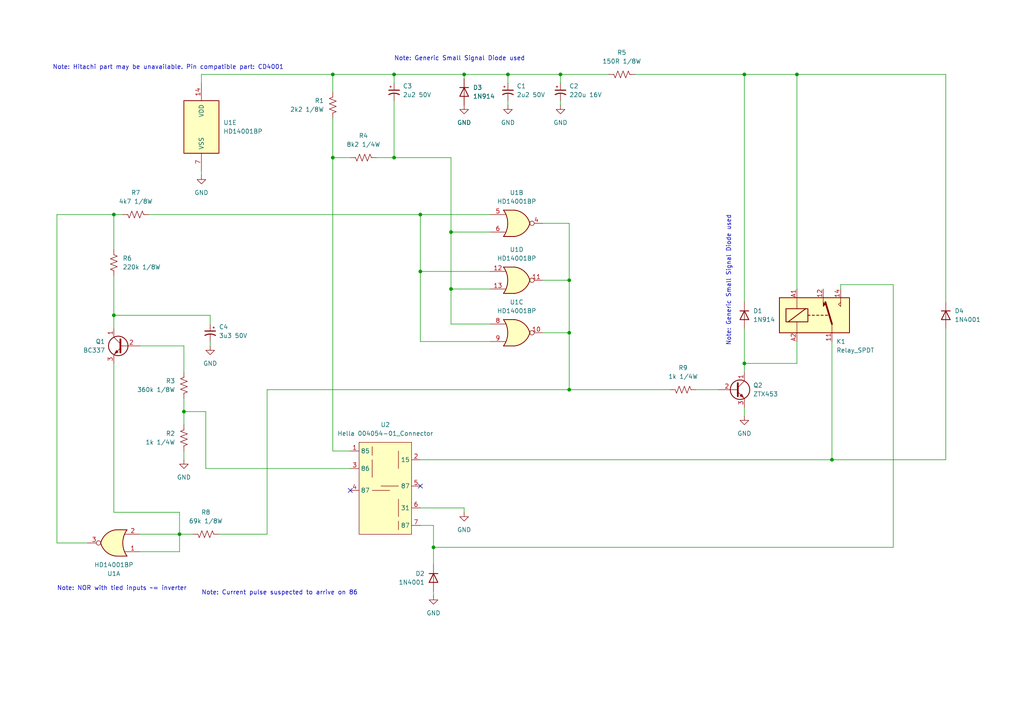
<source format=kicad_sch>
(kicad_sch (version 20230121) (generator eeschema)

  (uuid 4ed6efc2-054d-4283-893f-6a2505fa444e)

  (paper "A4")

  (lib_symbols
    (symbol "4xxx:4001" (pin_names (offset 1.016)) (in_bom yes) (on_board yes)
      (property "Reference" "U" (at 0 1.27 0)
        (effects (font (size 1.27 1.27)))
      )
      (property "Value" "4001" (at 0 -1.27 0)
        (effects (font (size 1.27 1.27)))
      )
      (property "Footprint" "" (at 0 0 0)
        (effects (font (size 1.27 1.27)) hide)
      )
      (property "Datasheet" "http://www.intersil.com/content/dam/Intersil/documents/cd40/cd4000bms-01bms-02bms-25bms.pdf" (at 0 0 0)
        (effects (font (size 1.27 1.27)) hide)
      )
      (property "ki_locked" "" (at 0 0 0)
        (effects (font (size 1.27 1.27)))
      )
      (property "ki_keywords" "CMOS Nor2" (at 0 0 0)
        (effects (font (size 1.27 1.27)) hide)
      )
      (property "ki_description" "Quad Nor 2 inputs" (at 0 0 0)
        (effects (font (size 1.27 1.27)) hide)
      )
      (property "ki_fp_filters" "DIP?14*" (at 0 0 0)
        (effects (font (size 1.27 1.27)) hide)
      )
      (symbol "4001_1_1"
        (arc (start -3.81 -3.81) (mid -2.589 0) (end -3.81 3.81)
          (stroke (width 0.254) (type default))
          (fill (type none))
        )
        (arc (start -0.6096 -3.81) (mid 2.1842 -2.5851) (end 3.81 0)
          (stroke (width 0.254) (type default))
          (fill (type background))
        )
        (polyline
          (pts
            (xy -3.81 -3.81)
            (xy -0.635 -3.81)
          )
          (stroke (width 0.254) (type default))
          (fill (type background))
        )
        (polyline
          (pts
            (xy -3.81 3.81)
            (xy -0.635 3.81)
          )
          (stroke (width 0.254) (type default))
          (fill (type background))
        )
        (polyline
          (pts
            (xy -0.635 3.81)
            (xy -3.81 3.81)
            (xy -3.81 3.81)
            (xy -3.556 3.4036)
            (xy -3.0226 2.2606)
            (xy -2.6924 1.0414)
            (xy -2.6162 -0.254)
            (xy -2.7686 -1.4986)
            (xy -3.175 -2.7178)
            (xy -3.81 -3.81)
            (xy -3.81 -3.81)
            (xy -0.635 -3.81)
          )
          (stroke (width -25.4) (type default))
          (fill (type background))
        )
        (arc (start 3.81 0) (mid 2.1915 2.5936) (end -0.6096 3.81)
          (stroke (width 0.254) (type default))
          (fill (type background))
        )
        (pin input line (at -7.62 2.54 0) (length 4.318)
          (name "~" (effects (font (size 1.27 1.27))))
          (number "1" (effects (font (size 1.27 1.27))))
        )
        (pin input line (at -7.62 -2.54 0) (length 4.318)
          (name "~" (effects (font (size 1.27 1.27))))
          (number "2" (effects (font (size 1.27 1.27))))
        )
        (pin output inverted (at 7.62 0 180) (length 3.81)
          (name "~" (effects (font (size 1.27 1.27))))
          (number "3" (effects (font (size 1.27 1.27))))
        )
      )
      (symbol "4001_1_2"
        (arc (start 0 -3.81) (mid 3.7934 0) (end 0 3.81)
          (stroke (width 0.254) (type default))
          (fill (type background))
        )
        (polyline
          (pts
            (xy 0 3.81)
            (xy -3.81 3.81)
            (xy -3.81 -3.81)
            (xy 0 -3.81)
          )
          (stroke (width 0.254) (type default))
          (fill (type background))
        )
        (pin input inverted (at -7.62 2.54 0) (length 3.81)
          (name "~" (effects (font (size 1.27 1.27))))
          (number "1" (effects (font (size 1.27 1.27))))
        )
        (pin input inverted (at -7.62 -2.54 0) (length 3.81)
          (name "~" (effects (font (size 1.27 1.27))))
          (number "2" (effects (font (size 1.27 1.27))))
        )
        (pin output line (at 7.62 0 180) (length 3.81)
          (name "~" (effects (font (size 1.27 1.27))))
          (number "3" (effects (font (size 1.27 1.27))))
        )
      )
      (symbol "4001_2_1"
        (arc (start -3.81 -3.81) (mid -2.589 0) (end -3.81 3.81)
          (stroke (width 0.254) (type default))
          (fill (type none))
        )
        (arc (start -0.6096 -3.81) (mid 2.1842 -2.5851) (end 3.81 0)
          (stroke (width 0.254) (type default))
          (fill (type background))
        )
        (polyline
          (pts
            (xy -3.81 -3.81)
            (xy -0.635 -3.81)
          )
          (stroke (width 0.254) (type default))
          (fill (type background))
        )
        (polyline
          (pts
            (xy -3.81 3.81)
            (xy -0.635 3.81)
          )
          (stroke (width 0.254) (type default))
          (fill (type background))
        )
        (polyline
          (pts
            (xy -0.635 3.81)
            (xy -3.81 3.81)
            (xy -3.81 3.81)
            (xy -3.556 3.4036)
            (xy -3.0226 2.2606)
            (xy -2.6924 1.0414)
            (xy -2.6162 -0.254)
            (xy -2.7686 -1.4986)
            (xy -3.175 -2.7178)
            (xy -3.81 -3.81)
            (xy -3.81 -3.81)
            (xy -0.635 -3.81)
          )
          (stroke (width -25.4) (type default))
          (fill (type background))
        )
        (arc (start 3.81 0) (mid 2.1915 2.5936) (end -0.6096 3.81)
          (stroke (width 0.254) (type default))
          (fill (type background))
        )
        (pin output inverted (at 7.62 0 180) (length 3.81)
          (name "~" (effects (font (size 1.27 1.27))))
          (number "4" (effects (font (size 1.27 1.27))))
        )
        (pin input line (at -7.62 2.54 0) (length 4.318)
          (name "~" (effects (font (size 1.27 1.27))))
          (number "5" (effects (font (size 1.27 1.27))))
        )
        (pin input line (at -7.62 -2.54 0) (length 4.318)
          (name "~" (effects (font (size 1.27 1.27))))
          (number "6" (effects (font (size 1.27 1.27))))
        )
      )
      (symbol "4001_2_2"
        (arc (start 0 -3.81) (mid 3.7934 0) (end 0 3.81)
          (stroke (width 0.254) (type default))
          (fill (type background))
        )
        (polyline
          (pts
            (xy 0 3.81)
            (xy -3.81 3.81)
            (xy -3.81 -3.81)
            (xy 0 -3.81)
          )
          (stroke (width 0.254) (type default))
          (fill (type background))
        )
        (pin output line (at 7.62 0 180) (length 3.81)
          (name "~" (effects (font (size 1.27 1.27))))
          (number "4" (effects (font (size 1.27 1.27))))
        )
        (pin input inverted (at -7.62 2.54 0) (length 3.81)
          (name "~" (effects (font (size 1.27 1.27))))
          (number "5" (effects (font (size 1.27 1.27))))
        )
        (pin input inverted (at -7.62 -2.54 0) (length 3.81)
          (name "~" (effects (font (size 1.27 1.27))))
          (number "6" (effects (font (size 1.27 1.27))))
        )
      )
      (symbol "4001_3_1"
        (arc (start -3.81 -3.81) (mid -2.589 0) (end -3.81 3.81)
          (stroke (width 0.254) (type default))
          (fill (type none))
        )
        (arc (start -0.6096 -3.81) (mid 2.1842 -2.5851) (end 3.81 0)
          (stroke (width 0.254) (type default))
          (fill (type background))
        )
        (polyline
          (pts
            (xy -3.81 -3.81)
            (xy -0.635 -3.81)
          )
          (stroke (width 0.254) (type default))
          (fill (type background))
        )
        (polyline
          (pts
            (xy -3.81 3.81)
            (xy -0.635 3.81)
          )
          (stroke (width 0.254) (type default))
          (fill (type background))
        )
        (polyline
          (pts
            (xy -0.635 3.81)
            (xy -3.81 3.81)
            (xy -3.81 3.81)
            (xy -3.556 3.4036)
            (xy -3.0226 2.2606)
            (xy -2.6924 1.0414)
            (xy -2.6162 -0.254)
            (xy -2.7686 -1.4986)
            (xy -3.175 -2.7178)
            (xy -3.81 -3.81)
            (xy -3.81 -3.81)
            (xy -0.635 -3.81)
          )
          (stroke (width -25.4) (type default))
          (fill (type background))
        )
        (arc (start 3.81 0) (mid 2.1915 2.5936) (end -0.6096 3.81)
          (stroke (width 0.254) (type default))
          (fill (type background))
        )
        (pin output inverted (at 7.62 0 180) (length 3.81)
          (name "~" (effects (font (size 1.27 1.27))))
          (number "10" (effects (font (size 1.27 1.27))))
        )
        (pin input line (at -7.62 2.54 0) (length 4.318)
          (name "~" (effects (font (size 1.27 1.27))))
          (number "8" (effects (font (size 1.27 1.27))))
        )
        (pin input line (at -7.62 -2.54 0) (length 4.318)
          (name "~" (effects (font (size 1.27 1.27))))
          (number "9" (effects (font (size 1.27 1.27))))
        )
      )
      (symbol "4001_3_2"
        (arc (start 0 -3.81) (mid 3.7934 0) (end 0 3.81)
          (stroke (width 0.254) (type default))
          (fill (type background))
        )
        (polyline
          (pts
            (xy 0 3.81)
            (xy -3.81 3.81)
            (xy -3.81 -3.81)
            (xy 0 -3.81)
          )
          (stroke (width 0.254) (type default))
          (fill (type background))
        )
        (pin output line (at 7.62 0 180) (length 3.81)
          (name "~" (effects (font (size 1.27 1.27))))
          (number "10" (effects (font (size 1.27 1.27))))
        )
        (pin input inverted (at -7.62 2.54 0) (length 3.81)
          (name "~" (effects (font (size 1.27 1.27))))
          (number "8" (effects (font (size 1.27 1.27))))
        )
        (pin input inverted (at -7.62 -2.54 0) (length 3.81)
          (name "~" (effects (font (size 1.27 1.27))))
          (number "9" (effects (font (size 1.27 1.27))))
        )
      )
      (symbol "4001_4_1"
        (arc (start -3.81 -3.81) (mid -2.589 0) (end -3.81 3.81)
          (stroke (width 0.254) (type default))
          (fill (type none))
        )
        (arc (start -0.6096 -3.81) (mid 2.1842 -2.5851) (end 3.81 0)
          (stroke (width 0.254) (type default))
          (fill (type background))
        )
        (polyline
          (pts
            (xy -3.81 -3.81)
            (xy -0.635 -3.81)
          )
          (stroke (width 0.254) (type default))
          (fill (type background))
        )
        (polyline
          (pts
            (xy -3.81 3.81)
            (xy -0.635 3.81)
          )
          (stroke (width 0.254) (type default))
          (fill (type background))
        )
        (polyline
          (pts
            (xy -0.635 3.81)
            (xy -3.81 3.81)
            (xy -3.81 3.81)
            (xy -3.556 3.4036)
            (xy -3.0226 2.2606)
            (xy -2.6924 1.0414)
            (xy -2.6162 -0.254)
            (xy -2.7686 -1.4986)
            (xy -3.175 -2.7178)
            (xy -3.81 -3.81)
            (xy -3.81 -3.81)
            (xy -0.635 -3.81)
          )
          (stroke (width -25.4) (type default))
          (fill (type background))
        )
        (arc (start 3.81 0) (mid 2.1915 2.5936) (end -0.6096 3.81)
          (stroke (width 0.254) (type default))
          (fill (type background))
        )
        (pin output inverted (at 7.62 0 180) (length 3.81)
          (name "~" (effects (font (size 1.27 1.27))))
          (number "11" (effects (font (size 1.27 1.27))))
        )
        (pin input line (at -7.62 2.54 0) (length 4.318)
          (name "~" (effects (font (size 1.27 1.27))))
          (number "12" (effects (font (size 1.27 1.27))))
        )
        (pin input line (at -7.62 -2.54 0) (length 4.318)
          (name "~" (effects (font (size 1.27 1.27))))
          (number "13" (effects (font (size 1.27 1.27))))
        )
      )
      (symbol "4001_4_2"
        (arc (start 0 -3.81) (mid 3.7934 0) (end 0 3.81)
          (stroke (width 0.254) (type default))
          (fill (type background))
        )
        (polyline
          (pts
            (xy 0 3.81)
            (xy -3.81 3.81)
            (xy -3.81 -3.81)
            (xy 0 -3.81)
          )
          (stroke (width 0.254) (type default))
          (fill (type background))
        )
        (pin output line (at 7.62 0 180) (length 3.81)
          (name "~" (effects (font (size 1.27 1.27))))
          (number "11" (effects (font (size 1.27 1.27))))
        )
        (pin input inverted (at -7.62 2.54 0) (length 3.81)
          (name "~" (effects (font (size 1.27 1.27))))
          (number "12" (effects (font (size 1.27 1.27))))
        )
        (pin input inverted (at -7.62 -2.54 0) (length 3.81)
          (name "~" (effects (font (size 1.27 1.27))))
          (number "13" (effects (font (size 1.27 1.27))))
        )
      )
      (symbol "4001_5_0"
        (pin power_in line (at 0 12.7 270) (length 5.08)
          (name "VDD" (effects (font (size 1.27 1.27))))
          (number "14" (effects (font (size 1.27 1.27))))
        )
        (pin power_in line (at 0 -12.7 90) (length 5.08)
          (name "VSS" (effects (font (size 1.27 1.27))))
          (number "7" (effects (font (size 1.27 1.27))))
        )
      )
      (symbol "4001_5_1"
        (rectangle (start -5.08 7.62) (end 5.08 -7.62)
          (stroke (width 0.254) (type default))
          (fill (type background))
        )
      )
    )
    (symbol "Automotive_Electronics_git:Hella_004054-01" (in_bom yes) (on_board yes)
      (property "Reference" "U" (at 0 7.62 0)
        (effects (font (size 1.27 1.27)))
      )
      (property "Value" "Hella 004054-01_Connector" (at 0 5.08 0)
        (effects (font (size 1.27 1.27)))
      )
      (property "Footprint" "" (at 0 0 0)
        (effects (font (size 1.27 1.27)) hide)
      )
      (property "Datasheet" "" (at 0 0 0)
        (effects (font (size 1.27 1.27)) hide)
      )
      (symbol "Hella_004054-01_0_1"
        (polyline
          (pts
            (xy -3.81 -11.43)
            (xy 1.27 -11.43)
          )
          (stroke (width 0) (type default))
          (fill (type none))
        )
        (polyline
          (pts
            (xy -3.81 -7.62)
            (xy -3.81 -2.54)
          )
          (stroke (width 0) (type default))
          (fill (type none))
        )
        (polyline
          (pts
            (xy -3.81 -1.27)
            (xy -3.81 1.27)
          )
          (stroke (width 0) (type default))
          (fill (type none))
        )
        (polyline
          (pts
            (xy 3.81 -22.86)
            (xy 3.81 -20.32)
          )
          (stroke (width 0) (type default))
          (fill (type none))
        )
        (polyline
          (pts
            (xy 3.81 -13.97)
            (xy 3.81 -19.05)
          )
          (stroke (width 0) (type default))
          (fill (type none))
        )
        (polyline
          (pts
            (xy 3.81 -10.16)
            (xy -1.27 -10.16)
          )
          (stroke (width 0) (type default))
          (fill (type none))
        )
        (polyline
          (pts
            (xy 3.81 -5.08)
            (xy 3.81 0)
          )
          (stroke (width 0) (type default))
          (fill (type none))
        )
      )
      (symbol "Hella_004054-01_1_1"
        (rectangle (start -7.62 2.54) (end 7.62 -24.13)
          (stroke (width 0) (type default))
          (fill (type background))
        )
        (pin input line (at -10.16 0 0) (length 2.54)
          (name "85" (effects (font (size 1.27 1.27))))
          (number "1" (effects (font (size 1.27 1.27))))
        )
        (pin input line (at 10.16 -2.54 180) (length 2.54)
          (name "15" (effects (font (size 1.27 1.27))))
          (number "2" (effects (font (size 1.27 1.27))))
        )
        (pin input line (at -10.16 -5.08 0) (length 2.54)
          (name "86" (effects (font (size 1.27 1.27))))
          (number "3" (effects (font (size 1.27 1.27))))
        )
        (pin input line (at -10.16 -11.43 0) (length 2.54)
          (name "87" (effects (font (size 1.27 1.27))))
          (number "4" (effects (font (size 1.27 1.27))))
        )
        (pin input line (at 10.16 -10.16 180) (length 2.54)
          (name "87" (effects (font (size 1.27 1.27))))
          (number "5" (effects (font (size 1.27 1.27))))
        )
        (pin input line (at 10.16 -16.51 180) (length 2.54)
          (name "31" (effects (font (size 1.27 1.27))))
          (number "6" (effects (font (size 1.27 1.27))))
        )
        (pin input line (at 10.16 -21.59 180) (length 2.54)
          (name "87" (effects (font (size 1.27 1.27))))
          (number "7" (effects (font (size 1.27 1.27))))
        )
      )
    )
    (symbol "Device:C_Polarized_Small_US" (pin_numbers hide) (pin_names (offset 0.254) hide) (in_bom yes) (on_board yes)
      (property "Reference" "C" (at 0.254 1.778 0)
        (effects (font (size 1.27 1.27)) (justify left))
      )
      (property "Value" "C_Polarized_Small_US" (at 0.254 -2.032 0)
        (effects (font (size 1.27 1.27)) (justify left))
      )
      (property "Footprint" "" (at 0 0 0)
        (effects (font (size 1.27 1.27)) hide)
      )
      (property "Datasheet" "~" (at 0 0 0)
        (effects (font (size 1.27 1.27)) hide)
      )
      (property "ki_keywords" "cap capacitor" (at 0 0 0)
        (effects (font (size 1.27 1.27)) hide)
      )
      (property "ki_description" "Polarized capacitor, small US symbol" (at 0 0 0)
        (effects (font (size 1.27 1.27)) hide)
      )
      (property "ki_fp_filters" "CP_*" (at 0 0 0)
        (effects (font (size 1.27 1.27)) hide)
      )
      (symbol "C_Polarized_Small_US_0_1"
        (polyline
          (pts
            (xy -1.524 0.508)
            (xy 1.524 0.508)
          )
          (stroke (width 0.3048) (type default))
          (fill (type none))
        )
        (polyline
          (pts
            (xy -1.27 1.524)
            (xy -0.762 1.524)
          )
          (stroke (width 0) (type default))
          (fill (type none))
        )
        (polyline
          (pts
            (xy -1.016 1.27)
            (xy -1.016 1.778)
          )
          (stroke (width 0) (type default))
          (fill (type none))
        )
        (arc (start 1.524 -0.762) (mid 0 -0.3734) (end -1.524 -0.762)
          (stroke (width 0.3048) (type default))
          (fill (type none))
        )
      )
      (symbol "C_Polarized_Small_US_1_1"
        (pin passive line (at 0 2.54 270) (length 2.032)
          (name "~" (effects (font (size 1.27 1.27))))
          (number "1" (effects (font (size 1.27 1.27))))
        )
        (pin passive line (at 0 -2.54 90) (length 2.032)
          (name "~" (effects (font (size 1.27 1.27))))
          (number "2" (effects (font (size 1.27 1.27))))
        )
      )
    )
    (symbol "Device:R_US" (pin_numbers hide) (pin_names (offset 0)) (in_bom yes) (on_board yes)
      (property "Reference" "R" (at 2.54 0 90)
        (effects (font (size 1.27 1.27)))
      )
      (property "Value" "R_US" (at -2.54 0 90)
        (effects (font (size 1.27 1.27)))
      )
      (property "Footprint" "" (at 1.016 -0.254 90)
        (effects (font (size 1.27 1.27)) hide)
      )
      (property "Datasheet" "~" (at 0 0 0)
        (effects (font (size 1.27 1.27)) hide)
      )
      (property "ki_keywords" "R res resistor" (at 0 0 0)
        (effects (font (size 1.27 1.27)) hide)
      )
      (property "ki_description" "Resistor, US symbol" (at 0 0 0)
        (effects (font (size 1.27 1.27)) hide)
      )
      (property "ki_fp_filters" "R_*" (at 0 0 0)
        (effects (font (size 1.27 1.27)) hide)
      )
      (symbol "R_US_0_1"
        (polyline
          (pts
            (xy 0 -2.286)
            (xy 0 -2.54)
          )
          (stroke (width 0) (type default))
          (fill (type none))
        )
        (polyline
          (pts
            (xy 0 2.286)
            (xy 0 2.54)
          )
          (stroke (width 0) (type default))
          (fill (type none))
        )
        (polyline
          (pts
            (xy 0 -0.762)
            (xy 1.016 -1.143)
            (xy 0 -1.524)
            (xy -1.016 -1.905)
            (xy 0 -2.286)
          )
          (stroke (width 0) (type default))
          (fill (type none))
        )
        (polyline
          (pts
            (xy 0 0.762)
            (xy 1.016 0.381)
            (xy 0 0)
            (xy -1.016 -0.381)
            (xy 0 -0.762)
          )
          (stroke (width 0) (type default))
          (fill (type none))
        )
        (polyline
          (pts
            (xy 0 2.286)
            (xy 1.016 1.905)
            (xy 0 1.524)
            (xy -1.016 1.143)
            (xy 0 0.762)
          )
          (stroke (width 0) (type default))
          (fill (type none))
        )
      )
      (symbol "R_US_1_1"
        (pin passive line (at 0 3.81 270) (length 1.27)
          (name "~" (effects (font (size 1.27 1.27))))
          (number "1" (effects (font (size 1.27 1.27))))
        )
        (pin passive line (at 0 -3.81 90) (length 1.27)
          (name "~" (effects (font (size 1.27 1.27))))
          (number "2" (effects (font (size 1.27 1.27))))
        )
      )
    )
    (symbol "Diode:1N4001" (pin_numbers hide) (pin_names hide) (in_bom yes) (on_board yes)
      (property "Reference" "D" (at 0 2.54 0)
        (effects (font (size 1.27 1.27)))
      )
      (property "Value" "1N4001" (at 0 -2.54 0)
        (effects (font (size 1.27 1.27)))
      )
      (property "Footprint" "Diode_THT:D_DO-41_SOD81_P10.16mm_Horizontal" (at 0 0 0)
        (effects (font (size 1.27 1.27)) hide)
      )
      (property "Datasheet" "http://www.vishay.com/docs/88503/1n4001.pdf" (at 0 0 0)
        (effects (font (size 1.27 1.27)) hide)
      )
      (property "Sim.Device" "D" (at 0 0 0)
        (effects (font (size 1.27 1.27)) hide)
      )
      (property "Sim.Pins" "1=K 2=A" (at 0 0 0)
        (effects (font (size 1.27 1.27)) hide)
      )
      (property "ki_keywords" "diode" (at 0 0 0)
        (effects (font (size 1.27 1.27)) hide)
      )
      (property "ki_description" "50V 1A General Purpose Rectifier Diode, DO-41" (at 0 0 0)
        (effects (font (size 1.27 1.27)) hide)
      )
      (property "ki_fp_filters" "D*DO?41*" (at 0 0 0)
        (effects (font (size 1.27 1.27)) hide)
      )
      (symbol "1N4001_0_1"
        (polyline
          (pts
            (xy -1.27 1.27)
            (xy -1.27 -1.27)
          )
          (stroke (width 0.254) (type default))
          (fill (type none))
        )
        (polyline
          (pts
            (xy 1.27 0)
            (xy -1.27 0)
          )
          (stroke (width 0) (type default))
          (fill (type none))
        )
        (polyline
          (pts
            (xy 1.27 1.27)
            (xy 1.27 -1.27)
            (xy -1.27 0)
            (xy 1.27 1.27)
          )
          (stroke (width 0.254) (type default))
          (fill (type none))
        )
      )
      (symbol "1N4001_1_1"
        (pin passive line (at -3.81 0 0) (length 2.54)
          (name "K" (effects (font (size 1.27 1.27))))
          (number "1" (effects (font (size 1.27 1.27))))
        )
        (pin passive line (at 3.81 0 180) (length 2.54)
          (name "A" (effects (font (size 1.27 1.27))))
          (number "2" (effects (font (size 1.27 1.27))))
        )
      )
    )
    (symbol "Diode:1N914" (pin_numbers hide) (pin_names hide) (in_bom yes) (on_board yes)
      (property "Reference" "D" (at 0 2.54 0)
        (effects (font (size 1.27 1.27)))
      )
      (property "Value" "1N914" (at 0 -2.54 0)
        (effects (font (size 1.27 1.27)))
      )
      (property "Footprint" "Diode_THT:D_DO-35_SOD27_P7.62mm_Horizontal" (at 0 -4.445 0)
        (effects (font (size 1.27 1.27)) hide)
      )
      (property "Datasheet" "http://www.vishay.com/docs/85622/1n914.pdf" (at 0 0 0)
        (effects (font (size 1.27 1.27)) hide)
      )
      (property "Sim.Device" "D" (at 0 0 0)
        (effects (font (size 1.27 1.27)) hide)
      )
      (property "Sim.Pins" "1=K 2=A" (at 0 0 0)
        (effects (font (size 1.27 1.27)) hide)
      )
      (property "ki_keywords" "diode" (at 0 0 0)
        (effects (font (size 1.27 1.27)) hide)
      )
      (property "ki_description" "100V 0.3A Small Signal Fast Switching Diode, DO-35" (at 0 0 0)
        (effects (font (size 1.27 1.27)) hide)
      )
      (property "ki_fp_filters" "D*DO?35*" (at 0 0 0)
        (effects (font (size 1.27 1.27)) hide)
      )
      (symbol "1N914_0_1"
        (polyline
          (pts
            (xy -1.27 1.27)
            (xy -1.27 -1.27)
          )
          (stroke (width 0.254) (type default))
          (fill (type none))
        )
        (polyline
          (pts
            (xy 1.27 0)
            (xy -1.27 0)
          )
          (stroke (width 0) (type default))
          (fill (type none))
        )
        (polyline
          (pts
            (xy 1.27 1.27)
            (xy 1.27 -1.27)
            (xy -1.27 0)
            (xy 1.27 1.27)
          )
          (stroke (width 0.254) (type default))
          (fill (type none))
        )
      )
      (symbol "1N914_1_1"
        (pin passive line (at -3.81 0 0) (length 2.54)
          (name "K" (effects (font (size 1.27 1.27))))
          (number "1" (effects (font (size 1.27 1.27))))
        )
        (pin passive line (at 3.81 0 180) (length 2.54)
          (name "A" (effects (font (size 1.27 1.27))))
          (number "2" (effects (font (size 1.27 1.27))))
        )
      )
    )
    (symbol "Relay:Relay_SPDT" (in_bom yes) (on_board yes)
      (property "Reference" "K" (at 11.43 3.81 0)
        (effects (font (size 1.27 1.27)) (justify left))
      )
      (property "Value" "Relay_SPDT" (at 11.43 1.27 0)
        (effects (font (size 1.27 1.27)) (justify left))
      )
      (property "Footprint" "" (at 11.43 -1.27 0)
        (effects (font (size 1.27 1.27)) (justify left) hide)
      )
      (property "Datasheet" "~" (at 0 0 0)
        (effects (font (size 1.27 1.27)) hide)
      )
      (property "ki_keywords" "Single Pole Relay SPDT" (at 0 0 0)
        (effects (font (size 1.27 1.27)) hide)
      )
      (property "ki_description" "Monostable Relay SPDT, EN50005" (at 0 0 0)
        (effects (font (size 1.27 1.27)) hide)
      )
      (property "ki_fp_filters" "Relay?SPDT*" (at 0 0 0)
        (effects (font (size 1.27 1.27)) hide)
      )
      (symbol "Relay_SPDT_0_0"
        (polyline
          (pts
            (xy 7.62 5.08)
            (xy 7.62 2.54)
            (xy 6.985 3.175)
            (xy 7.62 3.81)
          )
          (stroke (width 0) (type default))
          (fill (type none))
        )
      )
      (symbol "Relay_SPDT_0_1"
        (rectangle (start -10.16 5.08) (end 10.16 -5.08)
          (stroke (width 0.254) (type default))
          (fill (type background))
        )
        (rectangle (start -8.255 1.905) (end -1.905 -1.905)
          (stroke (width 0.254) (type default))
          (fill (type none))
        )
        (polyline
          (pts
            (xy -7.62 -1.905)
            (xy -2.54 1.905)
          )
          (stroke (width 0.254) (type default))
          (fill (type none))
        )
        (polyline
          (pts
            (xy -5.08 -5.08)
            (xy -5.08 -1.905)
          )
          (stroke (width 0) (type default))
          (fill (type none))
        )
        (polyline
          (pts
            (xy -5.08 5.08)
            (xy -5.08 1.905)
          )
          (stroke (width 0) (type default))
          (fill (type none))
        )
        (polyline
          (pts
            (xy -1.905 0)
            (xy -1.27 0)
          )
          (stroke (width 0.254) (type default))
          (fill (type none))
        )
        (polyline
          (pts
            (xy -0.635 0)
            (xy 0 0)
          )
          (stroke (width 0.254) (type default))
          (fill (type none))
        )
        (polyline
          (pts
            (xy 0.635 0)
            (xy 1.27 0)
          )
          (stroke (width 0.254) (type default))
          (fill (type none))
        )
        (polyline
          (pts
            (xy 1.905 0)
            (xy 2.54 0)
          )
          (stroke (width 0.254) (type default))
          (fill (type none))
        )
        (polyline
          (pts
            (xy 3.175 0)
            (xy 3.81 0)
          )
          (stroke (width 0.254) (type default))
          (fill (type none))
        )
        (polyline
          (pts
            (xy 5.08 -2.54)
            (xy 3.175 3.81)
          )
          (stroke (width 0.508) (type default))
          (fill (type none))
        )
        (polyline
          (pts
            (xy 5.08 -2.54)
            (xy 5.08 -5.08)
          )
          (stroke (width 0) (type default))
          (fill (type none))
        )
        (polyline
          (pts
            (xy 2.54 5.08)
            (xy 2.54 2.54)
            (xy 3.175 3.175)
            (xy 2.54 3.81)
          )
          (stroke (width 0) (type default))
          (fill (type outline))
        )
      )
      (symbol "Relay_SPDT_1_1"
        (pin passive line (at 5.08 -7.62 90) (length 2.54)
          (name "~" (effects (font (size 1.27 1.27))))
          (number "11" (effects (font (size 1.27 1.27))))
        )
        (pin passive line (at 2.54 7.62 270) (length 2.54)
          (name "~" (effects (font (size 1.27 1.27))))
          (number "12" (effects (font (size 1.27 1.27))))
        )
        (pin passive line (at 7.62 7.62 270) (length 2.54)
          (name "~" (effects (font (size 1.27 1.27))))
          (number "14" (effects (font (size 1.27 1.27))))
        )
        (pin passive line (at -5.08 7.62 270) (length 2.54)
          (name "~" (effects (font (size 1.27 1.27))))
          (number "A1" (effects (font (size 1.27 1.27))))
        )
        (pin passive line (at -5.08 -7.62 90) (length 2.54)
          (name "~" (effects (font (size 1.27 1.27))))
          (number "A2" (effects (font (size 1.27 1.27))))
        )
      )
    )
    (symbol "Transistor_BJT:BC337" (pin_names (offset 0) hide) (in_bom yes) (on_board yes)
      (property "Reference" "Q" (at 5.08 1.905 0)
        (effects (font (size 1.27 1.27)) (justify left))
      )
      (property "Value" "BC337" (at 5.08 0 0)
        (effects (font (size 1.27 1.27)) (justify left))
      )
      (property "Footprint" "Package_TO_SOT_THT:TO-92_Inline" (at 5.08 -1.905 0)
        (effects (font (size 1.27 1.27) italic) (justify left) hide)
      )
      (property "Datasheet" "https://diotec.com/tl_files/diotec/files/pdf/datasheets/bc337.pdf" (at 0 0 0)
        (effects (font (size 1.27 1.27)) (justify left) hide)
      )
      (property "ki_keywords" "NPN Transistor" (at 0 0 0)
        (effects (font (size 1.27 1.27)) hide)
      )
      (property "ki_description" "0.8A Ic, 45V Vce, NPN Transistor, TO-92" (at 0 0 0)
        (effects (font (size 1.27 1.27)) hide)
      )
      (property "ki_fp_filters" "TO?92*" (at 0 0 0)
        (effects (font (size 1.27 1.27)) hide)
      )
      (symbol "BC337_0_1"
        (polyline
          (pts
            (xy 0 0)
            (xy 0.635 0)
          )
          (stroke (width 0) (type default))
          (fill (type none))
        )
        (polyline
          (pts
            (xy 0.635 0.635)
            (xy 2.54 2.54)
          )
          (stroke (width 0) (type default))
          (fill (type none))
        )
        (polyline
          (pts
            (xy 0.635 -0.635)
            (xy 2.54 -2.54)
            (xy 2.54 -2.54)
          )
          (stroke (width 0) (type default))
          (fill (type none))
        )
        (polyline
          (pts
            (xy 0.635 1.905)
            (xy 0.635 -1.905)
            (xy 0.635 -1.905)
          )
          (stroke (width 0.508) (type default))
          (fill (type none))
        )
        (polyline
          (pts
            (xy 1.27 -1.778)
            (xy 1.778 -1.27)
            (xy 2.286 -2.286)
            (xy 1.27 -1.778)
            (xy 1.27 -1.778)
          )
          (stroke (width 0) (type default))
          (fill (type outline))
        )
        (circle (center 1.27 0) (radius 2.8194)
          (stroke (width 0.254) (type default))
          (fill (type none))
        )
      )
      (symbol "BC337_1_1"
        (pin passive line (at 2.54 5.08 270) (length 2.54)
          (name "C" (effects (font (size 1.27 1.27))))
          (number "1" (effects (font (size 1.27 1.27))))
        )
        (pin input line (at -5.08 0 0) (length 5.08)
          (name "B" (effects (font (size 1.27 1.27))))
          (number "2" (effects (font (size 1.27 1.27))))
        )
        (pin passive line (at 2.54 -5.08 90) (length 2.54)
          (name "E" (effects (font (size 1.27 1.27))))
          (number "3" (effects (font (size 1.27 1.27))))
        )
      )
    )
    (symbol "Transistor_BJT:BC547" (pin_names (offset 0) hide) (in_bom yes) (on_board yes)
      (property "Reference" "Q" (at 5.08 1.905 0)
        (effects (font (size 1.27 1.27)) (justify left))
      )
      (property "Value" "BC547" (at 5.08 0 0)
        (effects (font (size 1.27 1.27)) (justify left))
      )
      (property "Footprint" "Package_TO_SOT_THT:TO-92_Inline" (at 5.08 -1.905 0)
        (effects (font (size 1.27 1.27) italic) (justify left) hide)
      )
      (property "Datasheet" "https://www.onsemi.com/pub/Collateral/BC550-D.pdf" (at 0 0 0)
        (effects (font (size 1.27 1.27)) (justify left) hide)
      )
      (property "ki_keywords" "NPN Transistor" (at 0 0 0)
        (effects (font (size 1.27 1.27)) hide)
      )
      (property "ki_description" "0.1A Ic, 45V Vce, Small Signal NPN Transistor, TO-92" (at 0 0 0)
        (effects (font (size 1.27 1.27)) hide)
      )
      (property "ki_fp_filters" "TO?92*" (at 0 0 0)
        (effects (font (size 1.27 1.27)) hide)
      )
      (symbol "BC547_0_1"
        (polyline
          (pts
            (xy 0 0)
            (xy 0.635 0)
          )
          (stroke (width 0) (type default))
          (fill (type none))
        )
        (polyline
          (pts
            (xy 0.635 0.635)
            (xy 2.54 2.54)
          )
          (stroke (width 0) (type default))
          (fill (type none))
        )
        (polyline
          (pts
            (xy 0.635 -0.635)
            (xy 2.54 -2.54)
            (xy 2.54 -2.54)
          )
          (stroke (width 0) (type default))
          (fill (type none))
        )
        (polyline
          (pts
            (xy 0.635 1.905)
            (xy 0.635 -1.905)
            (xy 0.635 -1.905)
          )
          (stroke (width 0.508) (type default))
          (fill (type none))
        )
        (polyline
          (pts
            (xy 1.27 -1.778)
            (xy 1.778 -1.27)
            (xy 2.286 -2.286)
            (xy 1.27 -1.778)
            (xy 1.27 -1.778)
          )
          (stroke (width 0) (type default))
          (fill (type outline))
        )
        (circle (center 1.27 0) (radius 2.8194)
          (stroke (width 0.254) (type default))
          (fill (type none))
        )
      )
      (symbol "BC547_1_1"
        (pin passive line (at 2.54 5.08 270) (length 2.54)
          (name "C" (effects (font (size 1.27 1.27))))
          (number "1" (effects (font (size 1.27 1.27))))
        )
        (pin input line (at -5.08 0 0) (length 5.08)
          (name "B" (effects (font (size 1.27 1.27))))
          (number "2" (effects (font (size 1.27 1.27))))
        )
        (pin passive line (at 2.54 -5.08 90) (length 2.54)
          (name "E" (effects (font (size 1.27 1.27))))
          (number "3" (effects (font (size 1.27 1.27))))
        )
      )
    )
    (symbol "power:GND" (power) (pin_names (offset 0)) (in_bom yes) (on_board yes)
      (property "Reference" "#PWR" (at 0 -6.35 0)
        (effects (font (size 1.27 1.27)) hide)
      )
      (property "Value" "GND" (at 0 -3.81 0)
        (effects (font (size 1.27 1.27)))
      )
      (property "Footprint" "" (at 0 0 0)
        (effects (font (size 1.27 1.27)) hide)
      )
      (property "Datasheet" "" (at 0 0 0)
        (effects (font (size 1.27 1.27)) hide)
      )
      (property "ki_keywords" "global power" (at 0 0 0)
        (effects (font (size 1.27 1.27)) hide)
      )
      (property "ki_description" "Power symbol creates a global label with name \"GND\" , ground" (at 0 0 0)
        (effects (font (size 1.27 1.27)) hide)
      )
      (symbol "GND_0_1"
        (polyline
          (pts
            (xy 0 0)
            (xy 0 -1.27)
            (xy 1.27 -1.27)
            (xy 0 -2.54)
            (xy -1.27 -1.27)
            (xy 0 -1.27)
          )
          (stroke (width 0) (type default))
          (fill (type none))
        )
      )
      (symbol "GND_1_1"
        (pin power_in line (at 0 0 270) (length 0) hide
          (name "GND" (effects (font (size 1.27 1.27))))
          (number "1" (effects (font (size 1.27 1.27))))
        )
      )
    )
  )

  (junction (at 33.02 91.44) (diameter 0) (color 0 0 0 0)
    (uuid 04f7b6da-a968-4524-9c0c-901a6ad651fa)
  )
  (junction (at 125.73 158.75) (diameter 0) (color 0 0 0 0)
    (uuid 32acf83f-01e4-4687-bdcf-e9388ea7bba6)
  )
  (junction (at 121.92 78.74) (diameter 0) (color 0 0 0 0)
    (uuid 3988cbd1-da8b-4ef2-b027-2f446b1876c0)
  )
  (junction (at 33.02 62.23) (diameter 0) (color 0 0 0 0)
    (uuid 3d462df1-e9c3-4366-8d02-26b5de1474a4)
  )
  (junction (at 96.52 45.72) (diameter 0) (color 0 0 0 0)
    (uuid 3fbb0508-1b85-4910-aec0-97542bb81478)
  )
  (junction (at 130.81 67.31) (diameter 0) (color 0 0 0 0)
    (uuid 4763116c-b1f8-4b4f-a0a2-f8b90dfa5659)
  )
  (junction (at 165.1 81.28) (diameter 0) (color 0 0 0 0)
    (uuid 4abcbea3-b915-4760-b47a-b87d03a1ecde)
  )
  (junction (at 130.81 83.82) (diameter 0) (color 0 0 0 0)
    (uuid 756452b3-0dbc-47d0-b09f-1086602afb61)
  )
  (junction (at 165.1 113.03) (diameter 0) (color 0 0 0 0)
    (uuid 7804ebea-a1df-46ff-b88b-7a31a733d674)
  )
  (junction (at 215.9 21.59) (diameter 0) (color 0 0 0 0)
    (uuid 82b717f5-ef15-45af-9c70-f5b506079c40)
  )
  (junction (at 114.3 45.72) (diameter 0) (color 0 0 0 0)
    (uuid 861260cd-fed5-4af3-9107-954779c2b428)
  )
  (junction (at 231.14 21.59) (diameter 0) (color 0 0 0 0)
    (uuid 8e8f9816-f45c-4c6e-b351-6bdd99ac5e53)
  )
  (junction (at 134.62 21.59) (diameter 0) (color 0 0 0 0)
    (uuid 923879fa-481e-497c-8f68-d12975718f88)
  )
  (junction (at 147.32 21.59) (diameter 0) (color 0 0 0 0)
    (uuid 9c4878bb-cf5b-42b8-b231-62074ae23eba)
  )
  (junction (at 53.34 119.38) (diameter 0) (color 0 0 0 0)
    (uuid 9d6cd862-9471-40a9-ac58-fda965a0ffa4)
  )
  (junction (at 96.52 21.59) (diameter 0) (color 0 0 0 0)
    (uuid 9f26b4ca-829f-49da-8b88-f74fe2ec20b6)
  )
  (junction (at 121.92 62.23) (diameter 0) (color 0 0 0 0)
    (uuid c69465d7-2bdc-4ce4-818d-b5f38702d761)
  )
  (junction (at 165.1 96.52) (diameter 0) (color 0 0 0 0)
    (uuid cbbf6d3f-7a05-4761-a9ca-0ba3d6afecd9)
  )
  (junction (at 114.3 21.59) (diameter 0) (color 0 0 0 0)
    (uuid db50f3cf-8d68-40a1-b05e-590813eb5c8b)
  )
  (junction (at 52.07 154.94) (diameter 0) (color 0 0 0 0)
    (uuid e4ce83ea-fa74-4860-b86e-0e6f5faff94f)
  )
  (junction (at 241.3 133.35) (diameter 0) (color 0 0 0 0)
    (uuid f046fda6-9119-4d3b-a6e7-3cf133f20258)
  )
  (junction (at 215.9 105.41) (diameter 0) (color 0 0 0 0)
    (uuid f7f3b30d-f785-4c23-b142-e5d7f9b66806)
  )
  (junction (at 162.56 21.59) (diameter 0) (color 0 0 0 0)
    (uuid f88acc32-9ce5-4704-b43d-6b00e783704e)
  )

  (no_connect (at 101.6 142.24) (uuid 0f932f65-20ba-4309-bfeb-c41267957a0f))
  (no_connect (at 121.92 140.97) (uuid 3386c257-6342-43e5-a9a5-45169fedd329))

  (wire (pts (xy 215.9 118.11) (xy 215.9 120.65))
    (stroke (width 0) (type default))
    (uuid 019b245d-eb1c-40ac-8848-d60be1a9aaf5)
  )
  (wire (pts (xy 96.52 21.59) (xy 114.3 21.59))
    (stroke (width 0) (type default))
    (uuid 02a0d04e-4ce6-4a3d-b0ba-dd00110f4890)
  )
  (wire (pts (xy 121.92 133.35) (xy 241.3 133.35))
    (stroke (width 0) (type default))
    (uuid 0a403555-e6f2-483d-8702-842aff5a90df)
  )
  (wire (pts (xy 142.24 62.23) (xy 121.92 62.23))
    (stroke (width 0) (type default))
    (uuid 0de6c885-4c6e-48cb-adbb-375766bc3bfd)
  )
  (wire (pts (xy 201.93 113.03) (xy 208.28 113.03))
    (stroke (width 0) (type default))
    (uuid 10a2221c-c2b4-4498-b605-2dcc68f83264)
  )
  (wire (pts (xy 147.32 21.59) (xy 147.32 24.13))
    (stroke (width 0) (type default))
    (uuid 137f3443-4bf1-4008-83ce-e74f5922defa)
  )
  (wire (pts (xy 165.1 81.28) (xy 157.48 81.28))
    (stroke (width 0) (type default))
    (uuid 167088eb-d916-4b2e-b422-f53d6fbab7a9)
  )
  (wire (pts (xy 130.81 67.31) (xy 130.81 83.82))
    (stroke (width 0) (type default))
    (uuid 16fa9538-31d7-4c39-902c-20f54d221cbe)
  )
  (wire (pts (xy 147.32 29.21) (xy 147.32 30.48))
    (stroke (width 0) (type default))
    (uuid 1716681d-6364-46ae-90f7-8e34b32deca4)
  )
  (wire (pts (xy 53.34 100.33) (xy 53.34 107.95))
    (stroke (width 0) (type default))
    (uuid 1c670b3c-6cdc-4e48-9980-711716740a9d)
  )
  (wire (pts (xy 184.15 21.59) (xy 215.9 21.59))
    (stroke (width 0) (type default))
    (uuid 21388550-8b14-4492-b38d-5a0175437296)
  )
  (wire (pts (xy 58.42 21.59) (xy 58.42 24.13))
    (stroke (width 0) (type default))
    (uuid 2155033a-365e-43ca-bb81-621cd7c4863c)
  )
  (wire (pts (xy 60.96 93.98) (xy 60.96 91.44))
    (stroke (width 0) (type default))
    (uuid 28f70af8-03e5-4567-8ebc-197b120b3fbf)
  )
  (wire (pts (xy 215.9 95.25) (xy 215.9 105.41))
    (stroke (width 0) (type default))
    (uuid 2b741faa-3688-4bcf-9f5c-679c131f3ead)
  )
  (wire (pts (xy 142.24 99.06) (xy 121.92 99.06))
    (stroke (width 0) (type default))
    (uuid 2ef77096-06c7-4889-a3de-82eddef3d8df)
  )
  (wire (pts (xy 96.52 21.59) (xy 96.52 26.67))
    (stroke (width 0) (type default))
    (uuid 2f1642a6-fecb-4b48-93d0-25498f916541)
  )
  (wire (pts (xy 52.07 160.02) (xy 40.64 160.02))
    (stroke (width 0) (type default))
    (uuid 2fc4d6d8-bf8b-4214-92b3-2cf8020c81a6)
  )
  (wire (pts (xy 40.64 100.33) (xy 53.34 100.33))
    (stroke (width 0) (type default))
    (uuid 30ca660a-0443-4d11-adb5-08c3988bf7c9)
  )
  (wire (pts (xy 121.92 62.23) (xy 121.92 78.74))
    (stroke (width 0) (type default))
    (uuid 326d3fa4-8736-4849-ac6e-17875bda40c8)
  )
  (wire (pts (xy 165.1 64.77) (xy 165.1 81.28))
    (stroke (width 0) (type default))
    (uuid 36ceec28-3453-419b-a0b3-155c41475441)
  )
  (wire (pts (xy 121.92 78.74) (xy 142.24 78.74))
    (stroke (width 0) (type default))
    (uuid 3a901a9a-9502-4d73-99d5-6261879ade6c)
  )
  (wire (pts (xy 114.3 21.59) (xy 134.62 21.59))
    (stroke (width 0) (type default))
    (uuid 3a96f19c-8238-49a7-b7ce-642aa157c7b9)
  )
  (wire (pts (xy 35.56 62.23) (xy 33.02 62.23))
    (stroke (width 0) (type default))
    (uuid 3d691db1-512e-4ba9-8852-17490dd29ab5)
  )
  (wire (pts (xy 114.3 29.21) (xy 114.3 45.72))
    (stroke (width 0) (type default))
    (uuid 41521b3e-f8f7-4519-a181-56072fd6695e)
  )
  (wire (pts (xy 33.02 62.23) (xy 33.02 72.39))
    (stroke (width 0) (type default))
    (uuid 42896d62-b65e-4bca-8d3e-724c5e5a03c9)
  )
  (wire (pts (xy 274.32 21.59) (xy 231.14 21.59))
    (stroke (width 0) (type default))
    (uuid 45280250-3d65-4578-b96e-b6fe376178da)
  )
  (wire (pts (xy 125.73 152.4) (xy 125.73 158.75))
    (stroke (width 0) (type default))
    (uuid 4c9f5291-6a2a-4081-831c-da794f8be4b2)
  )
  (wire (pts (xy 52.07 160.02) (xy 52.07 154.94))
    (stroke (width 0) (type default))
    (uuid 4caca7c0-3f69-4be9-a47d-ddad383a1ebb)
  )
  (wire (pts (xy 231.14 105.41) (xy 215.9 105.41))
    (stroke (width 0) (type default))
    (uuid 4f381628-8f41-4647-a71b-7030a8f84b35)
  )
  (wire (pts (xy 63.5 154.94) (xy 77.47 154.94))
    (stroke (width 0) (type default))
    (uuid 51dbd819-5851-42b5-adb9-9d3da2cbfc15)
  )
  (wire (pts (xy 241.3 133.35) (xy 241.3 99.06))
    (stroke (width 0) (type default))
    (uuid 53d7c8a6-e943-427a-8075-7691b7cbb4a6)
  )
  (wire (pts (xy 101.6 135.89) (xy 59.69 135.89))
    (stroke (width 0) (type default))
    (uuid 54ae4ad5-1269-4475-b85a-9fc7d0598b95)
  )
  (wire (pts (xy 274.32 21.59) (xy 274.32 87.63))
    (stroke (width 0) (type default))
    (uuid 5958cee3-724a-4da3-a4f0-a5fc97173aee)
  )
  (wire (pts (xy 147.32 21.59) (xy 162.56 21.59))
    (stroke (width 0) (type default))
    (uuid 5a854947-9686-49e1-8fd9-d7701eb17ad5)
  )
  (wire (pts (xy 96.52 130.81) (xy 101.6 130.81))
    (stroke (width 0) (type default))
    (uuid 5c25bd9d-6c5a-4d93-a363-cb17b5eaef31)
  )
  (wire (pts (xy 33.02 91.44) (xy 60.96 91.44))
    (stroke (width 0) (type default))
    (uuid 5df00265-4413-4dd8-b3ea-8b2232b877c5)
  )
  (wire (pts (xy 162.56 21.59) (xy 162.56 24.13))
    (stroke (width 0) (type default))
    (uuid 609e1e6f-0411-45d1-bde7-b483474dc554)
  )
  (wire (pts (xy 165.1 96.52) (xy 165.1 81.28))
    (stroke (width 0) (type default))
    (uuid 6291be34-eacb-45c1-9099-c142c8d01a3e)
  )
  (wire (pts (xy 96.52 21.59) (xy 58.42 21.59))
    (stroke (width 0) (type default))
    (uuid 655e4993-a182-4c1a-91ad-b64163bc3d21)
  )
  (wire (pts (xy 33.02 80.01) (xy 33.02 91.44))
    (stroke (width 0) (type default))
    (uuid 673d3e54-964d-474b-8a2a-afa47c463ef3)
  )
  (wire (pts (xy 52.07 154.94) (xy 55.88 154.94))
    (stroke (width 0) (type default))
    (uuid 680e67f0-bfcd-43dc-a6e3-1e18693d69fb)
  )
  (wire (pts (xy 53.34 119.38) (xy 59.69 119.38))
    (stroke (width 0) (type default))
    (uuid 6aa26048-6983-46ce-9cd7-ea1c122c3945)
  )
  (wire (pts (xy 165.1 96.52) (xy 165.1 113.03))
    (stroke (width 0) (type default))
    (uuid 6b1c3829-b3db-426f-8bb0-96e9b821d165)
  )
  (wire (pts (xy 52.07 148.59) (xy 52.07 154.94))
    (stroke (width 0) (type default))
    (uuid 6bf91af3-2799-4047-8962-5b37a330d635)
  )
  (wire (pts (xy 121.92 99.06) (xy 121.92 78.74))
    (stroke (width 0) (type default))
    (uuid 6de51e8f-5c43-4b28-adf2-af019feb3dc4)
  )
  (wire (pts (xy 162.56 29.21) (xy 162.56 30.48))
    (stroke (width 0) (type default))
    (uuid 759e767d-2eb5-4f82-aadb-74c80389e7ad)
  )
  (wire (pts (xy 77.47 113.03) (xy 77.47 154.94))
    (stroke (width 0) (type default))
    (uuid 780b5398-2018-470d-a7ee-1dd0f20a48ea)
  )
  (wire (pts (xy 157.48 64.77) (xy 165.1 64.77))
    (stroke (width 0) (type default))
    (uuid 7a5b628e-eefc-4b27-baaa-82589fd3f6f2)
  )
  (wire (pts (xy 53.34 119.38) (xy 53.34 123.19))
    (stroke (width 0) (type default))
    (uuid 7a9e9ed7-8e98-4c71-bd2d-2d90120c95c3)
  )
  (wire (pts (xy 274.32 95.25) (xy 274.32 133.35))
    (stroke (width 0) (type default))
    (uuid 7c7998ba-a2ab-4533-bd12-65b3d24808f7)
  )
  (wire (pts (xy 162.56 21.59) (xy 176.53 21.59))
    (stroke (width 0) (type default))
    (uuid 7f40d918-7eba-43e4-867f-ecaa6e0efd9b)
  )
  (wire (pts (xy 125.73 163.83) (xy 125.73 158.75))
    (stroke (width 0) (type default))
    (uuid 80fce8fd-ed4d-48a2-8d37-d7e9e738f07a)
  )
  (wire (pts (xy 96.52 45.72) (xy 96.52 130.81))
    (stroke (width 0) (type default))
    (uuid 82f2bf8c-1243-4447-bdb9-deef69122ef7)
  )
  (wire (pts (xy 130.81 67.31) (xy 142.24 67.31))
    (stroke (width 0) (type default))
    (uuid 8b8e2e17-2524-4019-81fa-765f3a2e0905)
  )
  (wire (pts (xy 77.47 113.03) (xy 165.1 113.03))
    (stroke (width 0) (type default))
    (uuid 95e7823c-d343-4a41-bdb7-09f9009a2d66)
  )
  (wire (pts (xy 243.84 82.55) (xy 243.84 83.82))
    (stroke (width 0) (type default))
    (uuid 97e167e8-1783-4026-ae77-82d675644889)
  )
  (wire (pts (xy 231.14 83.82) (xy 231.14 21.59))
    (stroke (width 0) (type default))
    (uuid 99a53906-ec28-4cb3-9d99-ed148be4bda6)
  )
  (wire (pts (xy 33.02 105.41) (xy 33.02 148.59))
    (stroke (width 0) (type default))
    (uuid 9b224b3a-4c2d-44de-b988-ecf94828cfbc)
  )
  (wire (pts (xy 134.62 147.32) (xy 134.62 148.59))
    (stroke (width 0) (type default))
    (uuid 9c5a5ae6-0075-4a0d-9fab-d7be5ded0851)
  )
  (wire (pts (xy 231.14 99.06) (xy 231.14 105.41))
    (stroke (width 0) (type default))
    (uuid 9e7d6ffb-d453-4a96-9500-6ed00676f470)
  )
  (wire (pts (xy 96.52 34.29) (xy 96.52 45.72))
    (stroke (width 0) (type default))
    (uuid a123a18c-85b0-48f0-bc29-b9c54f4a8396)
  )
  (wire (pts (xy 125.73 171.45) (xy 125.73 172.72))
    (stroke (width 0) (type default))
    (uuid a796958c-e6bd-418b-87ec-f08c2a0ab989)
  )
  (wire (pts (xy 165.1 113.03) (xy 194.31 113.03))
    (stroke (width 0) (type default))
    (uuid a8169286-f743-4cc4-8aa7-282cb40f812b)
  )
  (wire (pts (xy 125.73 152.4) (xy 121.92 152.4))
    (stroke (width 0) (type default))
    (uuid aaf749fb-1f7a-4753-afbc-dfd6ab599d60)
  )
  (wire (pts (xy 16.51 62.23) (xy 33.02 62.23))
    (stroke (width 0) (type default))
    (uuid aebd4e8e-d358-4c9b-9f95-35247684eb59)
  )
  (wire (pts (xy 114.3 21.59) (xy 114.3 24.13))
    (stroke (width 0) (type default))
    (uuid aff6a423-74ea-4627-8b25-e2ce90ad7c20)
  )
  (wire (pts (xy 33.02 91.44) (xy 33.02 95.25))
    (stroke (width 0) (type default))
    (uuid b163a798-eb97-4bb8-9164-bf5a03789879)
  )
  (wire (pts (xy 96.52 45.72) (xy 101.6 45.72))
    (stroke (width 0) (type default))
    (uuid b3f06436-28b7-4630-9373-1f23a1b5e044)
  )
  (wire (pts (xy 130.81 45.72) (xy 114.3 45.72))
    (stroke (width 0) (type default))
    (uuid b76342cc-60a4-4610-964e-bab3972d5916)
  )
  (wire (pts (xy 259.08 158.75) (xy 259.08 82.55))
    (stroke (width 0) (type default))
    (uuid bb9ba799-1c27-4f98-9942-ae3ae8265499)
  )
  (wire (pts (xy 53.34 119.38) (xy 53.34 115.57))
    (stroke (width 0) (type default))
    (uuid bc5f3217-fd99-4d81-b643-a2acb2ac8e14)
  )
  (wire (pts (xy 25.4 157.48) (xy 16.51 157.48))
    (stroke (width 0) (type default))
    (uuid bcf9d15c-0d3a-4f15-bc13-4042a977b82e)
  )
  (wire (pts (xy 58.42 49.53) (xy 58.42 50.8))
    (stroke (width 0) (type default))
    (uuid bdd46328-b986-4728-b653-d7b4be43ffd0)
  )
  (wire (pts (xy 60.96 99.06) (xy 60.96 100.33))
    (stroke (width 0) (type default))
    (uuid c3003033-633a-41d1-bb8a-e0330cabffd6)
  )
  (wire (pts (xy 130.81 83.82) (xy 130.81 93.98))
    (stroke (width 0) (type default))
    (uuid c3112764-a945-4833-9fb4-084b6d72597e)
  )
  (wire (pts (xy 59.69 135.89) (xy 59.69 119.38))
    (stroke (width 0) (type default))
    (uuid c4dd2812-f93e-4f04-8a12-b70e9aa98e98)
  )
  (wire (pts (xy 130.81 93.98) (xy 142.24 93.98))
    (stroke (width 0) (type default))
    (uuid c6cc1b9f-18aa-40d5-aa36-e313c8784e75)
  )
  (wire (pts (xy 130.81 45.72) (xy 130.81 67.31))
    (stroke (width 0) (type default))
    (uuid cb1e0038-7ca9-4c36-94fb-0be47be0726b)
  )
  (wire (pts (xy 33.02 148.59) (xy 52.07 148.59))
    (stroke (width 0) (type default))
    (uuid cf156ebc-9fb0-4232-8d44-bddc9d6dc0ea)
  )
  (wire (pts (xy 43.18 62.23) (xy 121.92 62.23))
    (stroke (width 0) (type default))
    (uuid d19cee41-e869-440f-a6e5-ba6cfdea0a0c)
  )
  (wire (pts (xy 215.9 21.59) (xy 215.9 87.63))
    (stroke (width 0) (type default))
    (uuid d6050fc5-eb37-44b3-9057-51d81228b237)
  )
  (wire (pts (xy 53.34 130.81) (xy 53.34 133.35))
    (stroke (width 0) (type default))
    (uuid d62799be-8044-4cd7-9930-6265f32d4121)
  )
  (wire (pts (xy 125.73 158.75) (xy 259.08 158.75))
    (stroke (width 0) (type default))
    (uuid e36dd6ef-8dc5-45d4-9c86-c724b67492f8)
  )
  (wire (pts (xy 243.84 82.55) (xy 259.08 82.55))
    (stroke (width 0) (type default))
    (uuid e528b816-0e9c-4261-b4d3-c8e9de661ba8)
  )
  (wire (pts (xy 16.51 62.23) (xy 16.51 157.48))
    (stroke (width 0) (type default))
    (uuid ebfb161f-7e55-43e5-a474-069af9797d78)
  )
  (wire (pts (xy 134.62 21.59) (xy 147.32 21.59))
    (stroke (width 0) (type default))
    (uuid eda49218-c06c-4a64-bc43-52181c609927)
  )
  (wire (pts (xy 114.3 45.72) (xy 109.22 45.72))
    (stroke (width 0) (type default))
    (uuid f23eeb0b-6dc9-47ed-9ddc-bf85bec5d251)
  )
  (wire (pts (xy 40.64 154.94) (xy 52.07 154.94))
    (stroke (width 0) (type default))
    (uuid f26193f2-10c3-4fb3-a96d-3dadaee4d737)
  )
  (wire (pts (xy 157.48 96.52) (xy 165.1 96.52))
    (stroke (width 0) (type default))
    (uuid f4b10265-6525-4f5f-bf9a-028ec2d942ca)
  )
  (wire (pts (xy 274.32 133.35) (xy 241.3 133.35))
    (stroke (width 0) (type default))
    (uuid f51b92c5-7b04-4184-acb2-f10239ff01e9)
  )
  (wire (pts (xy 134.62 147.32) (xy 121.92 147.32))
    (stroke (width 0) (type default))
    (uuid fa2722a4-5ea0-4e6b-bb8d-4af8f1dead01)
  )
  (wire (pts (xy 215.9 105.41) (xy 215.9 107.95))
    (stroke (width 0) (type default))
    (uuid fb0fc91f-1585-4c22-b60a-c7d15a31a125)
  )
  (wire (pts (xy 130.81 83.82) (xy 142.24 83.82))
    (stroke (width 0) (type default))
    (uuid fbc8f736-9050-4102-acac-6033db741aae)
  )
  (wire (pts (xy 215.9 21.59) (xy 231.14 21.59))
    (stroke (width 0) (type default))
    (uuid fc5b784d-b894-48f5-8b5b-a966be63501a)
  )
  (wire (pts (xy 134.62 21.59) (xy 134.62 22.86))
    (stroke (width 0) (type default))
    (uuid ffeac177-0912-4a1e-b402-e06ee0da937a)
  )

  (text "Note: NOR with tied inputs ~= inverter" (at 16.51 171.45 0)
    (effects (font (size 1.27 1.27)) (justify left bottom))
    (uuid 3133141d-77d0-477f-bf6d-f339563396f0)
  )
  (text "Note: Generic Small Signal Diode used" (at 114.3 17.78 0)
    (effects (font (size 1.27 1.27)) (justify left bottom))
    (uuid a054d0e7-05e9-42dc-841c-8e44ee445016)
  )
  (text "Note: Current pulse suspected to arrive on 86" (at 58.42 172.72 0)
    (effects (font (size 1.27 1.27)) (justify left bottom))
    (uuid c67300f3-2c6d-4be7-b2eb-5ea6a0f164f0)
  )
  (text "Note: Hitachi part may be unavailable. Pin compatible part: CD4001"
    (at 15.24 20.32 0)
    (effects (font (size 1.27 1.27)) (justify left bottom))
    (uuid cc3ce1ec-d3d1-4803-9634-106631da21ec)
  )
  (text "Note: Generic Small Signal Diode used" (at 212.09 100.33 90)
    (effects (font (size 1.27 1.27)) (justify left bottom))
    (uuid f535b9ea-b653-4b8c-ac2b-61bf95e9a009)
  )

  (symbol (lib_id "power:GND") (at 134.62 148.59 0) (unit 1)
    (in_bom yes) (on_board yes) (dnp no) (fields_autoplaced)
    (uuid 058e9e45-9bee-4ce7-b228-d2e39afe4155)
    (property "Reference" "#PWR03" (at 134.62 154.94 0)
      (effects (font (size 1.27 1.27)) hide)
    )
    (property "Value" "GND" (at 134.62 153.67 0)
      (effects (font (size 1.27 1.27)))
    )
    (property "Footprint" "" (at 134.62 148.59 0)
      (effects (font (size 1.27 1.27)) hide)
    )
    (property "Datasheet" "" (at 134.62 148.59 0)
      (effects (font (size 1.27 1.27)) hide)
    )
    (pin "1" (uuid 80106471-4a58-455a-97fd-22e4fbab5ce7))
    (instances
      (project "Volvo_240_OD_Relay"
        (path "/4ed6efc2-054d-4283-893f-6a2505fa444e"
          (reference "#PWR03") (unit 1)
        )
      )
    )
  )

  (symbol (lib_id "Device:R_US") (at 59.69 154.94 90) (mirror x) (unit 1)
    (in_bom yes) (on_board yes) (dnp no) (fields_autoplaced)
    (uuid 10db170d-3230-4cc5-b6c1-a917c7d97ad8)
    (property "Reference" "R8" (at 59.69 148.59 90)
      (effects (font (size 1.27 1.27)))
    )
    (property "Value" "69k 1/8W" (at 59.69 151.13 90)
      (effects (font (size 1.27 1.27)))
    )
    (property "Footprint" "" (at 59.944 155.956 90)
      (effects (font (size 1.27 1.27)) hide)
    )
    (property "Datasheet" "~" (at 59.69 154.94 0)
      (effects (font (size 1.27 1.27)) hide)
    )
    (pin "1" (uuid 52b967c2-74fa-4f4d-ab38-f44e531a9895))
    (pin "2" (uuid 3f33cfea-5ea6-4f90-ad16-d41db904a328))
    (instances
      (project "Volvo_240_OD_Relay"
        (path "/4ed6efc2-054d-4283-893f-6a2505fa444e"
          (reference "R8") (unit 1)
        )
      )
    )
  )

  (symbol (lib_id "4xxx:4001") (at 58.42 36.83 0) (unit 5)
    (in_bom yes) (on_board yes) (dnp no) (fields_autoplaced)
    (uuid 1a7909a6-3efd-46e4-813c-98756062251d)
    (property "Reference" "U1" (at 64.77 35.56 0)
      (effects (font (size 1.27 1.27)) (justify left))
    )
    (property "Value" "HD14001BP" (at 64.77 38.1 0)
      (effects (font (size 1.27 1.27)) (justify left))
    )
    (property "Footprint" "" (at 58.42 36.83 0)
      (effects (font (size 1.27 1.27)) hide)
    )
    (property "Datasheet" "http://www.intersil.com/content/dam/Intersil/documents/cd40/cd4000bms-01bms-02bms-25bms.pdf" (at 58.42 36.83 0)
      (effects (font (size 1.27 1.27)) hide)
    )
    (pin "1" (uuid 47b37f28-f9d1-47ca-8661-34df6e6c1710))
    (pin "2" (uuid 0f724225-f443-4da2-af33-8ab9ac1bae48))
    (pin "3" (uuid 96293c4b-df88-4f1c-9df9-23e48cb04d17))
    (pin "4" (uuid 8f353b07-943a-47cd-ba38-9f1ee3ebe326))
    (pin "5" (uuid 12a1f92e-07ff-4f91-91f9-48de8e8aeeab))
    (pin "6" (uuid e89bbd51-19d1-4303-b0ae-5a45e29c10c8))
    (pin "10" (uuid 22b5c257-4bf7-454c-9055-ae6e237072fb))
    (pin "8" (uuid 88c62ac8-a50f-465c-b7da-60f1dc580f2c))
    (pin "9" (uuid 80e3e4d4-97d6-473f-9223-1d4eaa9ed689))
    (pin "11" (uuid 334fa72b-84de-45ac-8037-c3ee06862e1f))
    (pin "12" (uuid e8bfc657-ae0c-42be-ab2b-9dd84b90601c))
    (pin "13" (uuid 44169a12-4d57-42c1-be5c-c2d731f0ba5b))
    (pin "14" (uuid 875aff56-9f17-4277-89bb-0f0c236b0090))
    (pin "7" (uuid 5b898d55-16d4-4a6a-a73e-09a4e47b90a2))
    (instances
      (project "Volvo_240_OD_Relay"
        (path "/4ed6efc2-054d-4283-893f-6a2505fa444e"
          (reference "U1") (unit 5)
        )
      )
    )
  )

  (symbol (lib_id "power:GND") (at 125.73 172.72 0) (unit 1)
    (in_bom yes) (on_board yes) (dnp no) (fields_autoplaced)
    (uuid 25b236e9-5d24-4b3b-acc3-8ab06cbba3db)
    (property "Reference" "#PWR05" (at 125.73 179.07 0)
      (effects (font (size 1.27 1.27)) hide)
    )
    (property "Value" "GND" (at 125.73 177.8 0)
      (effects (font (size 1.27 1.27)))
    )
    (property "Footprint" "" (at 125.73 172.72 0)
      (effects (font (size 1.27 1.27)) hide)
    )
    (property "Datasheet" "" (at 125.73 172.72 0)
      (effects (font (size 1.27 1.27)) hide)
    )
    (pin "1" (uuid 566ec241-1e65-4c5e-bf59-d797d40cbad2))
    (instances
      (project "Volvo_240_OD_Relay"
        (path "/4ed6efc2-054d-4283-893f-6a2505fa444e"
          (reference "#PWR05") (unit 1)
        )
      )
    )
  )

  (symbol (lib_id "Transistor_BJT:BC547") (at 213.36 113.03 0) (unit 1)
    (in_bom yes) (on_board yes) (dnp no) (fields_autoplaced)
    (uuid 39702031-d041-4151-bbdd-37ee4729d385)
    (property "Reference" "Q2" (at 218.44 111.76 0)
      (effects (font (size 1.27 1.27)) (justify left))
    )
    (property "Value" "ZTX453" (at 218.44 114.3 0)
      (effects (font (size 1.27 1.27)) (justify left))
    )
    (property "Footprint" "Package_TO_SOT_THT:TO-92_Inline" (at 218.44 114.935 0)
      (effects (font (size 1.27 1.27) italic) (justify left) hide)
    )
    (property "Datasheet" "https://www.onsemi.com/pub/Collateral/BC550-D.pdf" (at 213.36 113.03 0)
      (effects (font (size 1.27 1.27)) (justify left) hide)
    )
    (pin "1" (uuid 31ce2f39-93c2-4fda-80a8-c4cde27ae9c7))
    (pin "2" (uuid e3a278bc-56de-4557-94c4-da5a8b05d197))
    (pin "3" (uuid 95860735-afa9-4f7c-908e-dc8de13dd40a))
    (instances
      (project "Volvo_240_OD_Relay"
        (path "/4ed6efc2-054d-4283-893f-6a2505fa444e"
          (reference "Q2") (unit 1)
        )
      )
    )
  )

  (symbol (lib_id "Device:R_US") (at 105.41 45.72 90) (mirror x) (unit 1)
    (in_bom yes) (on_board yes) (dnp no) (fields_autoplaced)
    (uuid 3f25e17d-8237-46b9-9645-dde0e9147774)
    (property "Reference" "R4" (at 105.41 39.37 90)
      (effects (font (size 1.27 1.27)))
    )
    (property "Value" "8k2 1/4W" (at 105.41 41.91 90)
      (effects (font (size 1.27 1.27)))
    )
    (property "Footprint" "" (at 105.664 46.736 90)
      (effects (font (size 1.27 1.27)) hide)
    )
    (property "Datasheet" "~" (at 105.41 45.72 0)
      (effects (font (size 1.27 1.27)) hide)
    )
    (pin "1" (uuid 07c171a5-a006-427a-9038-01d783dd12c7))
    (pin "2" (uuid e40781a6-7484-4f09-b471-6abe0bb33ab6))
    (instances
      (project "Volvo_240_OD_Relay"
        (path "/4ed6efc2-054d-4283-893f-6a2505fa444e"
          (reference "R4") (unit 1)
        )
      )
    )
  )

  (symbol (lib_id "power:GND") (at 60.96 100.33 0) (unit 1)
    (in_bom yes) (on_board yes) (dnp no) (fields_autoplaced)
    (uuid 4bea25de-824e-4322-85d3-8eac761e8225)
    (property "Reference" "#PWR08" (at 60.96 106.68 0)
      (effects (font (size 1.27 1.27)) hide)
    )
    (property "Value" "GND" (at 60.96 105.41 0)
      (effects (font (size 1.27 1.27)))
    )
    (property "Footprint" "" (at 60.96 100.33 0)
      (effects (font (size 1.27 1.27)) hide)
    )
    (property "Datasheet" "" (at 60.96 100.33 0)
      (effects (font (size 1.27 1.27)) hide)
    )
    (pin "1" (uuid 15c0ea08-4f93-4b09-a0dd-2a8e899ab81a))
    (instances
      (project "Volvo_240_OD_Relay"
        (path "/4ed6efc2-054d-4283-893f-6a2505fa444e"
          (reference "#PWR08") (unit 1)
        )
      )
    )
  )

  (symbol (lib_id "Device:C_Polarized_Small_US") (at 147.32 26.67 0) (unit 1)
    (in_bom yes) (on_board yes) (dnp no) (fields_autoplaced)
    (uuid 5227459f-8e97-451c-9f38-0be5c6363f94)
    (property "Reference" "C1" (at 149.86 24.9682 0)
      (effects (font (size 1.27 1.27)) (justify left))
    )
    (property "Value" "2u2 50V" (at 149.86 27.5082 0)
      (effects (font (size 1.27 1.27)) (justify left))
    )
    (property "Footprint" "" (at 147.32 26.67 0)
      (effects (font (size 1.27 1.27)) hide)
    )
    (property "Datasheet" "~" (at 147.32 26.67 0)
      (effects (font (size 1.27 1.27)) hide)
    )
    (pin "1" (uuid 9177e579-4a55-4555-9551-db70fad04669))
    (pin "2" (uuid 2c03b20f-139a-49b5-b568-62bd5b24a987))
    (instances
      (project "Volvo_240_OD_Relay"
        (path "/4ed6efc2-054d-4283-893f-6a2505fa444e"
          (reference "C1") (unit 1)
        )
      )
    )
  )

  (symbol (lib_id "Diode:1N4001") (at 274.32 91.44 270) (unit 1)
    (in_bom yes) (on_board yes) (dnp no) (fields_autoplaced)
    (uuid 5a3cc449-5dc0-41bc-9c89-d828c6c2da6d)
    (property "Reference" "D4" (at 276.86 90.17 90)
      (effects (font (size 1.27 1.27)) (justify left))
    )
    (property "Value" "1N4001" (at 276.86 92.71 90)
      (effects (font (size 1.27 1.27)) (justify left))
    )
    (property "Footprint" "Diode_THT:D_DO-41_SOD81_P10.16mm_Horizontal" (at 274.32 91.44 0)
      (effects (font (size 1.27 1.27)) hide)
    )
    (property "Datasheet" "http://www.vishay.com/docs/88503/1n4001.pdf" (at 274.32 91.44 0)
      (effects (font (size 1.27 1.27)) hide)
    )
    (property "Sim.Device" "D" (at 274.32 91.44 0)
      (effects (font (size 1.27 1.27)) hide)
    )
    (property "Sim.Pins" "1=K 2=A" (at 274.32 91.44 0)
      (effects (font (size 1.27 1.27)) hide)
    )
    (pin "1" (uuid 057f8332-fc55-4ff5-b062-4981c17c6958))
    (pin "2" (uuid 375be6c2-e5fe-45d4-8493-cffae531523e))
    (instances
      (project "Volvo_240_OD_Relay"
        (path "/4ed6efc2-054d-4283-893f-6a2505fa444e"
          (reference "D4") (unit 1)
        )
      )
    )
  )

  (symbol (lib_id "Device:R_US") (at 180.34 21.59 270) (mirror x) (unit 1)
    (in_bom yes) (on_board yes) (dnp no) (fields_autoplaced)
    (uuid 5d7277ee-0403-4bd4-b15d-f058d141545e)
    (property "Reference" "R5" (at 180.34 15.24 90)
      (effects (font (size 1.27 1.27)))
    )
    (property "Value" "150R 1/8W" (at 180.34 17.78 90)
      (effects (font (size 1.27 1.27)))
    )
    (property "Footprint" "" (at 180.086 20.574 90)
      (effects (font (size 1.27 1.27)) hide)
    )
    (property "Datasheet" "~" (at 180.34 21.59 0)
      (effects (font (size 1.27 1.27)) hide)
    )
    (pin "1" (uuid 91c3d285-b9df-4b91-bae3-6b9ac3a2dd9a))
    (pin "2" (uuid 3ca34c85-45cd-40b1-8426-16ba013c444a))
    (instances
      (project "Volvo_240_OD_Relay"
        (path "/4ed6efc2-054d-4283-893f-6a2505fa444e"
          (reference "R5") (unit 1)
        )
      )
    )
  )

  (symbol (lib_id "Device:C_Polarized_Small_US") (at 162.56 26.67 0) (unit 1)
    (in_bom yes) (on_board yes) (dnp no) (fields_autoplaced)
    (uuid 5d8c160d-8d45-494c-9920-e1507e11ca44)
    (property "Reference" "C2" (at 165.1 24.9682 0)
      (effects (font (size 1.27 1.27)) (justify left))
    )
    (property "Value" "220u 16V" (at 165.1 27.5082 0)
      (effects (font (size 1.27 1.27)) (justify left))
    )
    (property "Footprint" "" (at 162.56 26.67 0)
      (effects (font (size 1.27 1.27)) hide)
    )
    (property "Datasheet" "~" (at 162.56 26.67 0)
      (effects (font (size 1.27 1.27)) hide)
    )
    (pin "1" (uuid bf2ada22-2042-4c75-9e50-e30976edd69c))
    (pin "2" (uuid b96af7a8-1ed6-47fd-9293-82695d57b639))
    (instances
      (project "Volvo_240_OD_Relay"
        (path "/4ed6efc2-054d-4283-893f-6a2505fa444e"
          (reference "C2") (unit 1)
        )
      )
    )
  )

  (symbol (lib_id "power:GND") (at 58.42 50.8 0) (unit 1)
    (in_bom yes) (on_board yes) (dnp no) (fields_autoplaced)
    (uuid 610d52fa-0273-49ca-aaae-3a9bc0a27ecc)
    (property "Reference" "#PWR02" (at 58.42 57.15 0)
      (effects (font (size 1.27 1.27)) hide)
    )
    (property "Value" "GND" (at 58.42 55.88 0)
      (effects (font (size 1.27 1.27)))
    )
    (property "Footprint" "" (at 58.42 50.8 0)
      (effects (font (size 1.27 1.27)) hide)
    )
    (property "Datasheet" "" (at 58.42 50.8 0)
      (effects (font (size 1.27 1.27)) hide)
    )
    (pin "1" (uuid ccedc80d-2080-442f-b1f3-f5e78ef1a060))
    (instances
      (project "Volvo_240_OD_Relay"
        (path "/4ed6efc2-054d-4283-893f-6a2505fa444e"
          (reference "#PWR02") (unit 1)
        )
      )
    )
  )

  (symbol (lib_id "4xxx:4001") (at 149.86 96.52 0) (unit 3)
    (in_bom yes) (on_board yes) (dnp no) (fields_autoplaced)
    (uuid 669f53fe-71cf-4d36-856a-165c149111df)
    (property "Reference" "U1" (at 149.86 87.63 0)
      (effects (font (size 1.27 1.27)))
    )
    (property "Value" "HD14001BP" (at 149.86 90.17 0)
      (effects (font (size 1.27 1.27)))
    )
    (property "Footprint" "" (at 149.86 96.52 0)
      (effects (font (size 1.27 1.27)) hide)
    )
    (property "Datasheet" "http://www.intersil.com/content/dam/Intersil/documents/cd40/cd4000bms-01bms-02bms-25bms.pdf" (at 149.86 96.52 0)
      (effects (font (size 1.27 1.27)) hide)
    )
    (pin "1" (uuid 922113b3-8c8b-407d-bd34-8d2d03afcd8f))
    (pin "2" (uuid 817239d2-cc4f-4fa4-9b2e-16658f6376e5))
    (pin "3" (uuid 4948ba1f-a306-48cb-9b56-47fab72b72e1))
    (pin "4" (uuid 14b01bca-0483-45cc-887d-2784418d362f))
    (pin "5" (uuid 087d12cd-f512-4fce-a962-7ee43bc5725a))
    (pin "6" (uuid b72d99d1-659a-4a76-9237-b7b42d50c7c7))
    (pin "10" (uuid 0376d4c7-7bb0-4a62-bc43-5f819eda84a7))
    (pin "8" (uuid 1662070d-0a81-4452-b582-f139ffbf36c2))
    (pin "9" (uuid d6453687-9f2a-41b8-9388-abd6a9ed5458))
    (pin "11" (uuid b522a174-c09c-43e3-b315-0ae2901f4185))
    (pin "12" (uuid 4641cbeb-66a9-49fc-9fe8-06a725b4c5bc))
    (pin "13" (uuid f95a9ecf-154e-4173-a913-40cba0dd6b64))
    (pin "14" (uuid ab8c1df0-3dd2-4746-b0ad-2c0608f0867a))
    (pin "7" (uuid e240bba7-a47e-4808-8b2c-2a60ea947187))
    (instances
      (project "Volvo_240_OD_Relay"
        (path "/4ed6efc2-054d-4283-893f-6a2505fa444e"
          (reference "U1") (unit 3)
        )
      )
    )
  )

  (symbol (lib_id "4xxx:4001") (at 149.86 64.77 0) (unit 2)
    (in_bom yes) (on_board yes) (dnp no) (fields_autoplaced)
    (uuid 69ad62c1-3d5a-4c20-90e9-1dbf7958d2a8)
    (property "Reference" "U1" (at 149.86 55.88 0)
      (effects (font (size 1.27 1.27)))
    )
    (property "Value" "HD14001BP" (at 149.86 58.42 0)
      (effects (font (size 1.27 1.27)))
    )
    (property "Footprint" "" (at 149.86 64.77 0)
      (effects (font (size 1.27 1.27)) hide)
    )
    (property "Datasheet" "http://www.intersil.com/content/dam/Intersil/documents/cd40/cd4000bms-01bms-02bms-25bms.pdf" (at 149.86 64.77 0)
      (effects (font (size 1.27 1.27)) hide)
    )
    (pin "1" (uuid ce8bf042-9cd6-404f-bcd4-675c50cc0fe9))
    (pin "2" (uuid bfdf8cf1-8dee-4147-905d-03563aa97fd9))
    (pin "3" (uuid cfe9fd5d-504a-4b04-9626-911b09d160aa))
    (pin "4" (uuid 3d9c0304-9e20-42f8-95a6-96443606a35f))
    (pin "5" (uuid ce655a54-1011-4a81-8585-d5d8450a4345))
    (pin "6" (uuid 3de4c8df-df75-46fa-99f2-b6debb2cb778))
    (pin "10" (uuid f0768499-5c1f-407a-8d71-f3652f59366e))
    (pin "8" (uuid ba06146d-8861-4087-bfb5-9f7d3f3bc602))
    (pin "9" (uuid a8f04ed4-3531-4c69-bc0a-8fb7accf3143))
    (pin "11" (uuid 5a422805-8261-4dac-96c3-7813e34bde95))
    (pin "12" (uuid e42f5d2a-0ca6-4ab8-bc77-f9e2a3a7f237))
    (pin "13" (uuid 81bf5df9-cf38-4a22-afca-dab921773329))
    (pin "14" (uuid 433423cf-3dcc-4742-b4bd-c5bd51a59019))
    (pin "7" (uuid 1a9734b8-2b6b-450c-9af9-8405c59c923a))
    (instances
      (project "Volvo_240_OD_Relay"
        (path "/4ed6efc2-054d-4283-893f-6a2505fa444e"
          (reference "U1") (unit 2)
        )
      )
    )
  )

  (symbol (lib_id "4xxx:4001") (at 33.02 157.48 180) (unit 1)
    (in_bom yes) (on_board yes) (dnp no) (fields_autoplaced)
    (uuid 6ca95deb-479d-42fb-84ba-446a8a180052)
    (property "Reference" "U1" (at 33.02 166.37 0)
      (effects (font (size 1.27 1.27)))
    )
    (property "Value" "HD14001BP" (at 33.02 163.83 0)
      (effects (font (size 1.27 1.27)))
    )
    (property "Footprint" "" (at 33.02 157.48 0)
      (effects (font (size 1.27 1.27)) hide)
    )
    (property "Datasheet" "http://www.intersil.com/content/dam/Intersil/documents/cd40/cd4000bms-01bms-02bms-25bms.pdf" (at 33.02 157.48 0)
      (effects (font (size 1.27 1.27)) hide)
    )
    (pin "1" (uuid 4410e573-906c-4bd4-a1a7-e370974938a0))
    (pin "2" (uuid d2dab12a-8949-4845-bec7-afa78a89dc7e))
    (pin "3" (uuid fd08567b-e674-4aff-adbd-f41871ffc58c))
    (pin "4" (uuid c46db713-617f-4988-a2d9-d8219a5edde1))
    (pin "5" (uuid 96262bd1-f008-4c03-ac2a-083e94e5fd94))
    (pin "6" (uuid bbb41e7d-e50d-493d-8a01-cd9c12ac9754))
    (pin "10" (uuid e354f6a5-7044-4da2-a888-7306486b8510))
    (pin "8" (uuid ba8b9d31-582d-4ce2-9a6c-f5b612066a6f))
    (pin "9" (uuid b9044b6e-4804-45e1-b182-4e02bd6a5d23))
    (pin "11" (uuid 5db28b71-1aec-4890-a378-39d26d013e59))
    (pin "12" (uuid 5f30baee-8981-4ead-8974-8a5633b619db))
    (pin "13" (uuid 44c26ac8-6c67-4118-bc6e-54e6af8ae9b8))
    (pin "14" (uuid 98a432f4-71a8-4e1d-8f4f-b15dae633987))
    (pin "7" (uuid 032021f5-7a9b-4a7e-b200-e42cfcb2ecfb))
    (instances
      (project "Volvo_240_OD_Relay"
        (path "/4ed6efc2-054d-4283-893f-6a2505fa444e"
          (reference "U1") (unit 1)
        )
      )
    )
  )

  (symbol (lib_id "Automotive_Electronics_git:Hella_004054-01") (at 111.76 130.81 0) (unit 1)
    (in_bom yes) (on_board yes) (dnp no) (fields_autoplaced)
    (uuid 7c9b2b94-87c9-4b3a-aa5f-814b61e365a9)
    (property "Reference" "U2" (at 111.76 123.19 0)
      (effects (font (size 1.27 1.27)))
    )
    (property "Value" "Hella 004054-01_Connector" (at 111.76 125.73 0)
      (effects (font (size 1.27 1.27)))
    )
    (property "Footprint" "" (at 111.76 130.81 0)
      (effects (font (size 1.27 1.27)) hide)
    )
    (property "Datasheet" "" (at 111.76 130.81 0)
      (effects (font (size 1.27 1.27)) hide)
    )
    (pin "1" (uuid 155fec42-565e-4e73-bbe6-eca66f3189ed))
    (pin "2" (uuid 815c4734-7050-4f69-937c-b80a004016df))
    (pin "3" (uuid 0046bd84-9d16-4afb-8703-d375224c61ce))
    (pin "4" (uuid 9f021067-3569-4a1b-a448-682e0741152e))
    (pin "5" (uuid 861cbd9c-e570-49a4-a7a0-4b5230da4f49))
    (pin "6" (uuid 1e9f34ac-c8e0-46b8-bba3-f4beaad20c58))
    (pin "7" (uuid 332b43cf-8ca0-44e9-b558-040c5fa4500f))
    (instances
      (project "Volvo_240_OD_Relay"
        (path "/4ed6efc2-054d-4283-893f-6a2505fa444e"
          (reference "U2") (unit 1)
        )
      )
    )
  )

  (symbol (lib_id "Device:C_Polarized_Small_US") (at 60.96 96.52 0) (mirror y) (unit 1)
    (in_bom yes) (on_board yes) (dnp no)
    (uuid 7cdfa4d4-7aeb-4c15-b66b-c940d1fcc64e)
    (property "Reference" "C4" (at 63.5 94.8182 0)
      (effects (font (size 1.27 1.27)) (justify right))
    )
    (property "Value" "3u3 50V" (at 63.5 97.3582 0)
      (effects (font (size 1.27 1.27)) (justify right))
    )
    (property "Footprint" "" (at 60.96 96.52 0)
      (effects (font (size 1.27 1.27)) hide)
    )
    (property "Datasheet" "~" (at 60.96 96.52 0)
      (effects (font (size 1.27 1.27)) hide)
    )
    (pin "1" (uuid 55e2841a-46a7-4bb6-81b9-92742e261261))
    (pin "2" (uuid c3c5779a-48a0-4712-b320-be8ea2de93bb))
    (instances
      (project "Volvo_240_OD_Relay"
        (path "/4ed6efc2-054d-4283-893f-6a2505fa444e"
          (reference "C4") (unit 1)
        )
      )
    )
  )

  (symbol (lib_id "4xxx:4001") (at 149.86 81.28 0) (unit 4)
    (in_bom yes) (on_board yes) (dnp no) (fields_autoplaced)
    (uuid 7dcad1f2-d92c-4199-ac4a-f1dd6112f476)
    (property "Reference" "U1" (at 149.86 72.39 0)
      (effects (font (size 1.27 1.27)))
    )
    (property "Value" "HD14001BP" (at 149.86 74.93 0)
      (effects (font (size 1.27 1.27)))
    )
    (property "Footprint" "" (at 149.86 81.28 0)
      (effects (font (size 1.27 1.27)) hide)
    )
    (property "Datasheet" "http://www.intersil.com/content/dam/Intersil/documents/cd40/cd4000bms-01bms-02bms-25bms.pdf" (at 149.86 81.28 0)
      (effects (font (size 1.27 1.27)) hide)
    )
    (pin "1" (uuid 1bdce5fb-f934-48c9-bb0c-b8faebbb4585))
    (pin "2" (uuid 9e7583cc-dc3d-468b-b74c-6243053a767f))
    (pin "3" (uuid f3a22ad9-4f32-47d1-8b5b-bd77dc1f7a5f))
    (pin "4" (uuid 345cee21-0826-43e7-924f-cc0dfc091ce2))
    (pin "5" (uuid 466575fc-5228-4223-a91e-b95136ef82a6))
    (pin "6" (uuid 7e59f93c-6549-479c-9866-6e6ed5952b06))
    (pin "10" (uuid 38376a05-a22d-462d-9c7f-60d6399e3d46))
    (pin "8" (uuid ecb792d2-b08e-4e74-ae2f-1153c47e6193))
    (pin "9" (uuid 35f93cb3-1701-40f6-b676-6eda94bed46f))
    (pin "11" (uuid baadf66b-fbf0-42a4-9e80-676177c39d13))
    (pin "12" (uuid 333063d9-ff35-49c2-b3cc-affc5d35324c))
    (pin "13" (uuid b493e2c3-a632-4185-a5c0-8e416f178ec4))
    (pin "14" (uuid 4b213e75-fff9-4b36-b51b-9d104fc06dba))
    (pin "7" (uuid 9ad23db5-a1d1-4eca-bd95-6b01dbee604b))
    (instances
      (project "Volvo_240_OD_Relay"
        (path "/4ed6efc2-054d-4283-893f-6a2505fa444e"
          (reference "U1") (unit 4)
        )
      )
    )
  )

  (symbol (lib_id "Device:R_US") (at 33.02 76.2 180) (unit 1)
    (in_bom yes) (on_board yes) (dnp no)
    (uuid 84117b13-22e9-4702-b39f-557c1b994d48)
    (property "Reference" "R6" (at 35.56 74.93 0)
      (effects (font (size 1.27 1.27)) (justify right))
    )
    (property "Value" "220k 1/8W" (at 35.56 77.47 0)
      (effects (font (size 1.27 1.27)) (justify right))
    )
    (property "Footprint" "" (at 32.004 75.946 90)
      (effects (font (size 1.27 1.27)) hide)
    )
    (property "Datasheet" "~" (at 33.02 76.2 0)
      (effects (font (size 1.27 1.27)) hide)
    )
    (pin "1" (uuid 025bef8b-5e2f-443c-8655-1848c7fcac2f))
    (pin "2" (uuid d9cb9098-82c9-4374-8d81-23a4bd3a5683))
    (instances
      (project "Volvo_240_OD_Relay"
        (path "/4ed6efc2-054d-4283-893f-6a2505fa444e"
          (reference "R6") (unit 1)
        )
      )
    )
  )

  (symbol (lib_id "Device:R_US") (at 198.12 113.03 270) (mirror x) (unit 1)
    (in_bom yes) (on_board yes) (dnp no) (fields_autoplaced)
    (uuid 859e33ce-6b32-4760-bda4-a3accc8bd003)
    (property "Reference" "R9" (at 198.12 106.68 90)
      (effects (font (size 1.27 1.27)))
    )
    (property "Value" "1k 1/4W" (at 198.12 109.22 90)
      (effects (font (size 1.27 1.27)))
    )
    (property "Footprint" "" (at 197.866 112.014 90)
      (effects (font (size 1.27 1.27)) hide)
    )
    (property "Datasheet" "~" (at 198.12 113.03 0)
      (effects (font (size 1.27 1.27)) hide)
    )
    (pin "1" (uuid 84ec5998-7c11-407c-85e2-03f69c62e2c9))
    (pin "2" (uuid 0f4541ae-345e-47cb-867e-88b66e1631cc))
    (instances
      (project "Volvo_240_OD_Relay"
        (path "/4ed6efc2-054d-4283-893f-6a2505fa444e"
          (reference "R9") (unit 1)
        )
      )
    )
  )

  (symbol (lib_id "power:GND") (at 134.62 30.48 0) (unit 1)
    (in_bom yes) (on_board yes) (dnp no) (fields_autoplaced)
    (uuid 893b9e9a-d9d5-4ebd-ac57-be389c777ed6)
    (property "Reference" "#PWR06" (at 134.62 36.83 0)
      (effects (font (size 1.27 1.27)) hide)
    )
    (property "Value" "GND" (at 134.62 35.56 0)
      (effects (font (size 1.27 1.27)))
    )
    (property "Footprint" "" (at 134.62 30.48 0)
      (effects (font (size 1.27 1.27)) hide)
    )
    (property "Datasheet" "" (at 134.62 30.48 0)
      (effects (font (size 1.27 1.27)) hide)
    )
    (pin "1" (uuid 0ef4e3be-2756-475a-bb4f-3190cfa7a29b))
    (instances
      (project "Volvo_240_OD_Relay"
        (path "/4ed6efc2-054d-4283-893f-6a2505fa444e"
          (reference "#PWR06") (unit 1)
        )
      )
    )
  )

  (symbol (lib_id "Device:R_US") (at 96.52 30.48 0) (mirror x) (unit 1)
    (in_bom yes) (on_board yes) (dnp no) (fields_autoplaced)
    (uuid 8f023318-d319-4313-9b74-871fc99b2d2c)
    (property "Reference" "R1" (at 93.98 29.21 0)
      (effects (font (size 1.27 1.27)) (justify right))
    )
    (property "Value" "2k2 1/8W" (at 93.98 31.75 0)
      (effects (font (size 1.27 1.27)) (justify right))
    )
    (property "Footprint" "" (at 97.536 30.226 90)
      (effects (font (size 1.27 1.27)) hide)
    )
    (property "Datasheet" "~" (at 96.52 30.48 0)
      (effects (font (size 1.27 1.27)) hide)
    )
    (pin "1" (uuid 9830a0eb-134b-4f35-ad1f-195dd8c11605))
    (pin "2" (uuid b7563907-7276-4586-aa71-2b543fe7201e))
    (instances
      (project "Volvo_240_OD_Relay"
        (path "/4ed6efc2-054d-4283-893f-6a2505fa444e"
          (reference "R1") (unit 1)
        )
      )
    )
  )

  (symbol (lib_id "power:GND") (at 53.34 133.35 0) (unit 1)
    (in_bom yes) (on_board yes) (dnp no) (fields_autoplaced)
    (uuid 9c4b4a2f-3b9d-4817-b4c5-7d9b34a95eac)
    (property "Reference" "#PWR07" (at 53.34 139.7 0)
      (effects (font (size 1.27 1.27)) hide)
    )
    (property "Value" "GND" (at 53.34 138.43 0)
      (effects (font (size 1.27 1.27)))
    )
    (property "Footprint" "" (at 53.34 133.35 0)
      (effects (font (size 1.27 1.27)) hide)
    )
    (property "Datasheet" "" (at 53.34 133.35 0)
      (effects (font (size 1.27 1.27)) hide)
    )
    (pin "1" (uuid 12c6c5c4-497e-48b1-8def-ed70bffc9a09))
    (instances
      (project "Volvo_240_OD_Relay"
        (path "/4ed6efc2-054d-4283-893f-6a2505fa444e"
          (reference "#PWR07") (unit 1)
        )
      )
    )
  )

  (symbol (lib_id "Diode:1N4001") (at 125.73 167.64 90) (mirror x) (unit 1)
    (in_bom yes) (on_board yes) (dnp no)
    (uuid 9d1598f1-f8fc-4833-8db2-156fa754d81b)
    (property "Reference" "D2" (at 123.19 166.37 90)
      (effects (font (size 1.27 1.27)) (justify left))
    )
    (property "Value" "1N4001" (at 123.19 168.91 90)
      (effects (font (size 1.27 1.27)) (justify left))
    )
    (property "Footprint" "Diode_THT:D_DO-41_SOD81_P10.16mm_Horizontal" (at 125.73 167.64 0)
      (effects (font (size 1.27 1.27)) hide)
    )
    (property "Datasheet" "http://www.vishay.com/docs/88503/1n4001.pdf" (at 125.73 167.64 0)
      (effects (font (size 1.27 1.27)) hide)
    )
    (property "Sim.Device" "D" (at 125.73 167.64 0)
      (effects (font (size 1.27 1.27)) hide)
    )
    (property "Sim.Pins" "1=K 2=A" (at 125.73 167.64 0)
      (effects (font (size 1.27 1.27)) hide)
    )
    (pin "1" (uuid 02766edd-a164-4d59-ae7e-4615b79e178b))
    (pin "2" (uuid 3c97388d-6f36-4bf0-86ac-54458e16dc94))
    (instances
      (project "Volvo_240_OD_Relay"
        (path "/4ed6efc2-054d-4283-893f-6a2505fa444e"
          (reference "D2") (unit 1)
        )
      )
    )
  )

  (symbol (lib_id "Diode:1N914") (at 134.62 26.67 270) (unit 1)
    (in_bom yes) (on_board yes) (dnp no) (fields_autoplaced)
    (uuid a5433407-95e3-4e5c-9cc0-f583cdc88a30)
    (property "Reference" "D3" (at 137.16 25.4 90)
      (effects (font (size 1.27 1.27)) (justify left))
    )
    (property "Value" "1N914" (at 137.16 27.94 90)
      (effects (font (size 1.27 1.27)) (justify left))
    )
    (property "Footprint" "Diode_THT:D_DO-35_SOD27_P7.62mm_Horizontal" (at 130.175 26.67 0)
      (effects (font (size 1.27 1.27)) hide)
    )
    (property "Datasheet" "http://www.vishay.com/docs/85622/1n914.pdf" (at 134.62 26.67 0)
      (effects (font (size 1.27 1.27)) hide)
    )
    (property "Sim.Device" "D" (at 134.62 26.67 0)
      (effects (font (size 1.27 1.27)) hide)
    )
    (property "Sim.Pins" "1=K 2=A" (at 134.62 26.67 0)
      (effects (font (size 1.27 1.27)) hide)
    )
    (pin "1" (uuid 95db9f58-8224-45c7-83b1-83e7723f19a4))
    (pin "2" (uuid f5478163-7d97-4395-91c4-48aeba98fbf7))
    (instances
      (project "Volvo_240_OD_Relay"
        (path "/4ed6efc2-054d-4283-893f-6a2505fa444e"
          (reference "D3") (unit 1)
        )
      )
    )
  )

  (symbol (lib_id "Device:R_US") (at 53.34 111.76 0) (mirror x) (unit 1)
    (in_bom yes) (on_board yes) (dnp no) (fields_autoplaced)
    (uuid b504150f-bac0-4fe0-8be0-cfa61f412bf3)
    (property "Reference" "R3" (at 50.8 110.49 0)
      (effects (font (size 1.27 1.27)) (justify right))
    )
    (property "Value" "360k 1/8W" (at 50.8 113.03 0)
      (effects (font (size 1.27 1.27)) (justify right))
    )
    (property "Footprint" "" (at 54.356 111.506 90)
      (effects (font (size 1.27 1.27)) hide)
    )
    (property "Datasheet" "~" (at 53.34 111.76 0)
      (effects (font (size 1.27 1.27)) hide)
    )
    (pin "1" (uuid 96abf2a4-e8ee-48d7-9419-4b5b8a2fad5b))
    (pin "2" (uuid 0501cf97-0dfc-4deb-91d2-7a5611ab573a))
    (instances
      (project "Volvo_240_OD_Relay"
        (path "/4ed6efc2-054d-4283-893f-6a2505fa444e"
          (reference "R3") (unit 1)
        )
      )
    )
  )

  (symbol (lib_id "Diode:1N914") (at 215.9 91.44 270) (unit 1)
    (in_bom yes) (on_board yes) (dnp no) (fields_autoplaced)
    (uuid b7b7659f-204f-4605-a9ca-849e26a8f6d0)
    (property "Reference" "D1" (at 218.44 90.17 90)
      (effects (font (size 1.27 1.27)) (justify left))
    )
    (property "Value" "1N914" (at 218.44 92.71 90)
      (effects (font (size 1.27 1.27)) (justify left))
    )
    (property "Footprint" "Diode_THT:D_DO-35_SOD27_P7.62mm_Horizontal" (at 211.455 91.44 0)
      (effects (font (size 1.27 1.27)) hide)
    )
    (property "Datasheet" "http://www.vishay.com/docs/85622/1n914.pdf" (at 215.9 91.44 0)
      (effects (font (size 1.27 1.27)) hide)
    )
    (property "Sim.Device" "D" (at 215.9 91.44 0)
      (effects (font (size 1.27 1.27)) hide)
    )
    (property "Sim.Pins" "1=K 2=A" (at 215.9 91.44 0)
      (effects (font (size 1.27 1.27)) hide)
    )
    (pin "1" (uuid a78c9d08-1ed1-4d4c-a820-13a1fcdeae3c))
    (pin "2" (uuid d4649306-353d-49e5-8bd6-3b2bb008895a))
    (instances
      (project "Volvo_240_OD_Relay"
        (path "/4ed6efc2-054d-4283-893f-6a2505fa444e"
          (reference "D1") (unit 1)
        )
      )
    )
  )

  (symbol (lib_id "Device:C_Polarized_Small_US") (at 114.3 26.67 0) (unit 1)
    (in_bom yes) (on_board yes) (dnp no) (fields_autoplaced)
    (uuid c787b416-917c-4c26-ae45-b993395ff09d)
    (property "Reference" "C3" (at 116.84 24.9682 0)
      (effects (font (size 1.27 1.27)) (justify left))
    )
    (property "Value" "2u2 50V" (at 116.84 27.5082 0)
      (effects (font (size 1.27 1.27)) (justify left))
    )
    (property "Footprint" "" (at 114.3 26.67 0)
      (effects (font (size 1.27 1.27)) hide)
    )
    (property "Datasheet" "~" (at 114.3 26.67 0)
      (effects (font (size 1.27 1.27)) hide)
    )
    (pin "1" (uuid d8009212-bf9a-46bf-98bf-b249b37b1c68))
    (pin "2" (uuid 4f3a3985-737c-4034-a10b-714579210839))
    (instances
      (project "Volvo_240_OD_Relay"
        (path "/4ed6efc2-054d-4283-893f-6a2505fa444e"
          (reference "C3") (unit 1)
        )
      )
    )
  )

  (symbol (lib_id "Device:R_US") (at 39.37 62.23 90) (mirror x) (unit 1)
    (in_bom yes) (on_board yes) (dnp no) (fields_autoplaced)
    (uuid ceb82cfd-1255-4fb4-b135-a098aeed8755)
    (property "Reference" "R7" (at 39.37 55.88 90)
      (effects (font (size 1.27 1.27)))
    )
    (property "Value" "4k7 1/8W" (at 39.37 58.42 90)
      (effects (font (size 1.27 1.27)))
    )
    (property "Footprint" "" (at 39.624 63.246 90)
      (effects (font (size 1.27 1.27)) hide)
    )
    (property "Datasheet" "~" (at 39.37 62.23 0)
      (effects (font (size 1.27 1.27)) hide)
    )
    (pin "1" (uuid d27c3960-23ca-4ebb-83c8-fe174d59487c))
    (pin "2" (uuid ea21c933-126f-4ff7-ad58-66af4e60c6e9))
    (instances
      (project "Volvo_240_OD_Relay"
        (path "/4ed6efc2-054d-4283-893f-6a2505fa444e"
          (reference "R7") (unit 1)
        )
      )
    )
  )

  (symbol (lib_id "power:GND") (at 162.56 30.48 0) (unit 1)
    (in_bom yes) (on_board yes) (dnp no) (fields_autoplaced)
    (uuid db30e651-e84f-417d-a401-1e6cd40df51f)
    (property "Reference" "#PWR01" (at 162.56 36.83 0)
      (effects (font (size 1.27 1.27)) hide)
    )
    (property "Value" "GND" (at 162.56 35.56 0)
      (effects (font (size 1.27 1.27)))
    )
    (property "Footprint" "" (at 162.56 30.48 0)
      (effects (font (size 1.27 1.27)) hide)
    )
    (property "Datasheet" "" (at 162.56 30.48 0)
      (effects (font (size 1.27 1.27)) hide)
    )
    (pin "1" (uuid f04adacf-489c-4b0b-810d-fd2384523001))
    (instances
      (project "Volvo_240_OD_Relay"
        (path "/4ed6efc2-054d-4283-893f-6a2505fa444e"
          (reference "#PWR01") (unit 1)
        )
      )
    )
  )

  (symbol (lib_id "Transistor_BJT:BC337") (at 35.56 100.33 0) (mirror y) (unit 1)
    (in_bom yes) (on_board yes) (dnp no) (fields_autoplaced)
    (uuid e0377183-7933-4066-937f-c493e8f69a30)
    (property "Reference" "Q1" (at 30.48 99.06 0)
      (effects (font (size 1.27 1.27)) (justify left))
    )
    (property "Value" "BC337" (at 30.48 101.6 0)
      (effects (font (size 1.27 1.27)) (justify left))
    )
    (property "Footprint" "Package_TO_SOT_THT:TO-92_Inline" (at 30.48 102.235 0)
      (effects (font (size 1.27 1.27) italic) (justify left) hide)
    )
    (property "Datasheet" "https://diotec.com/tl_files/diotec/files/pdf/datasheets/bc337.pdf" (at 35.56 100.33 0)
      (effects (font (size 1.27 1.27)) (justify left) hide)
    )
    (pin "1" (uuid 8b9a6972-02f6-435c-80a3-47190bdb487d))
    (pin "2" (uuid 59caad8f-3699-4b8b-b467-fdb2605ffae6))
    (pin "3" (uuid c3b38432-42c0-41cb-97fb-a0461315cdf3))
    (instances
      (project "Volvo_240_OD_Relay"
        (path "/4ed6efc2-054d-4283-893f-6a2505fa444e"
          (reference "Q1") (unit 1)
        )
      )
    )
  )

  (symbol (lib_id "power:GND") (at 147.32 30.48 0) (unit 1)
    (in_bom yes) (on_board yes) (dnp no) (fields_autoplaced)
    (uuid e1006008-8ae5-472f-998f-718f3b5f07e9)
    (property "Reference" "#PWR04" (at 147.32 36.83 0)
      (effects (font (size 1.27 1.27)) hide)
    )
    (property "Value" "GND" (at 147.32 35.56 0)
      (effects (font (size 1.27 1.27)))
    )
    (property "Footprint" "" (at 147.32 30.48 0)
      (effects (font (size 1.27 1.27)) hide)
    )
    (property "Datasheet" "" (at 147.32 30.48 0)
      (effects (font (size 1.27 1.27)) hide)
    )
    (pin "1" (uuid c77a795b-b589-4fe1-8a30-dc11e7d20625))
    (instances
      (project "Volvo_240_OD_Relay"
        (path "/4ed6efc2-054d-4283-893f-6a2505fa444e"
          (reference "#PWR04") (unit 1)
        )
      )
    )
  )

  (symbol (lib_id "Relay:Relay_SPDT") (at 236.22 91.44 0) (unit 1)
    (in_bom yes) (on_board yes) (dnp no)
    (uuid e84cd802-ba60-4a0d-b01d-7ecc387bce49)
    (property "Reference" "K1" (at 242.57 99.06 0)
      (effects (font (size 1.27 1.27)) (justify left))
    )
    (property "Value" "Relay_SPDT" (at 242.57 101.6 0)
      (effects (font (size 1.27 1.27)) (justify left))
    )
    (property "Footprint" "" (at 247.65 92.71 0)
      (effects (font (size 1.27 1.27)) (justify left) hide)
    )
    (property "Datasheet" "~" (at 236.22 91.44 0)
      (effects (font (size 1.27 1.27)) hide)
    )
    (pin "11" (uuid 1b190a50-45dd-4b56-b19b-dc8a9856044e))
    (pin "12" (uuid 9e0a7cb2-59d7-4b09-a594-79288289e5ef))
    (pin "14" (uuid c10dea2d-dfb8-4425-a0ac-0ba75e4c412f))
    (pin "A1" (uuid 78f966ac-ec02-47e6-94d5-beb76e61aaf8))
    (pin "A2" (uuid 528e8bb8-5ea4-4fda-b3ea-5541430459f2))
    (instances
      (project "Volvo_240_OD_Relay"
        (path "/4ed6efc2-054d-4283-893f-6a2505fa444e"
          (reference "K1") (unit 1)
        )
      )
    )
  )

  (symbol (lib_id "Device:R_US") (at 53.34 127 0) (mirror x) (unit 1)
    (in_bom yes) (on_board yes) (dnp no) (fields_autoplaced)
    (uuid eb5d606a-e4b9-4695-85ee-0ff6e6e51aa1)
    (property "Reference" "R2" (at 50.8 125.73 0)
      (effects (font (size 1.27 1.27)) (justify right))
    )
    (property "Value" "1k 1/4W" (at 50.8 128.27 0)
      (effects (font (size 1.27 1.27)) (justify right))
    )
    (property "Footprint" "" (at 54.356 126.746 90)
      (effects (font (size 1.27 1.27)) hide)
    )
    (property "Datasheet" "~" (at 53.34 127 0)
      (effects (font (size 1.27 1.27)) hide)
    )
    (pin "1" (uuid 9a143956-1249-465f-9225-1a213e83ead0))
    (pin "2" (uuid 4d0a92fa-4a98-4915-b462-2598f4c66d31))
    (instances
      (project "Volvo_240_OD_Relay"
        (path "/4ed6efc2-054d-4283-893f-6a2505fa444e"
          (reference "R2") (unit 1)
        )
      )
    )
  )

  (symbol (lib_id "power:GND") (at 215.9 120.65 0) (unit 1)
    (in_bom yes) (on_board yes) (dnp no) (fields_autoplaced)
    (uuid eecc971a-81ea-4376-af3a-251a0751d373)
    (property "Reference" "#PWR09" (at 215.9 127 0)
      (effects (font (size 1.27 1.27)) hide)
    )
    (property "Value" "GND" (at 215.9 125.73 0)
      (effects (font (size 1.27 1.27)))
    )
    (property "Footprint" "" (at 215.9 120.65 0)
      (effects (font (size 1.27 1.27)) hide)
    )
    (property "Datasheet" "" (at 215.9 120.65 0)
      (effects (font (size 1.27 1.27)) hide)
    )
    (pin "1" (uuid e7a667c7-ce2e-4ba4-b91f-befc5ec004ba))
    (instances
      (project "Volvo_240_OD_Relay"
        (path "/4ed6efc2-054d-4283-893f-6a2505fa444e"
          (reference "#PWR09") (unit 1)
        )
      )
    )
  )

  (sheet_instances
    (path "/" (page "1"))
  )
)

</source>
